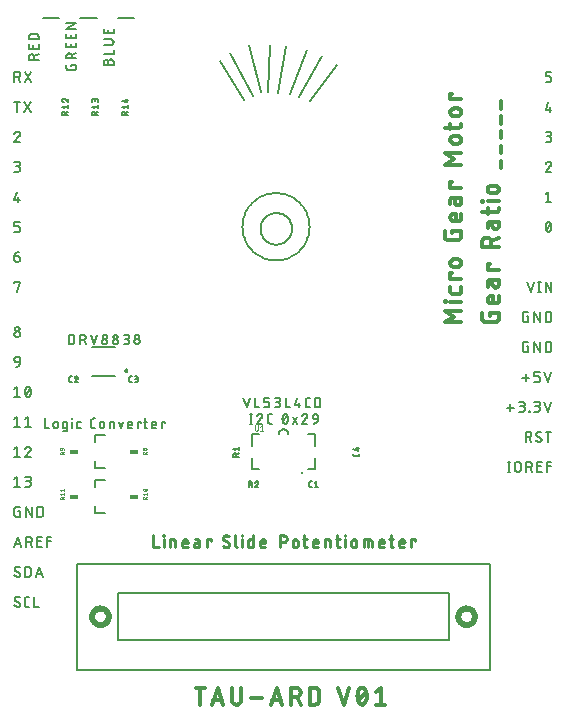
<source format=gto>
G04 EAGLE Gerber RS-274X export*
G75*
%MOIN*%
%FSLAX24Y24*%
%LPD*%
%INSilkscreen Top*%
%IPPOS*%
%AMOC8*
5,1,8,0,0,1.08239X$1,22.5*%
G01*
G04 Define Apertures*
%ADD10C,0.008000*%
%ADD11C,0.010000*%
%ADD12C,0.014000*%
%ADD13C,0.006000*%
%ADD14C,0.007874*%
%ADD15C,0.005000*%
%ADD16R,0.030000X0.018000*%
%ADD17C,0.003000*%
%ADD18C,0.019685*%
%ADD19C,0.011135*%
%ADD20C,0.007000*%
%ADD21C,0.002000*%
D10*
X2540Y10110D02*
X2540Y9790D01*
X2682Y9790D01*
X2833Y9861D02*
X2833Y9932D01*
X2835Y9948D01*
X2840Y9963D01*
X2848Y9976D01*
X2860Y9988D01*
X2873Y9996D01*
X2888Y10001D01*
X2904Y10003D01*
X2920Y10001D01*
X2935Y9996D01*
X2948Y9988D01*
X2960Y9976D01*
X2968Y9963D01*
X2973Y9948D01*
X2975Y9932D01*
X2975Y9861D01*
X2973Y9845D01*
X2968Y9830D01*
X2960Y9817D01*
X2948Y9805D01*
X2935Y9797D01*
X2920Y9792D01*
X2904Y9790D01*
X2888Y9792D01*
X2873Y9797D01*
X2860Y9805D01*
X2848Y9817D01*
X2840Y9830D01*
X2835Y9845D01*
X2833Y9861D01*
X3195Y9790D02*
X3284Y9790D01*
X3195Y9790D02*
X3181Y9792D01*
X3169Y9797D01*
X3158Y9806D01*
X3149Y9817D01*
X3144Y9829D01*
X3142Y9843D01*
X3141Y9843D02*
X3141Y9950D01*
X3142Y9950D02*
X3144Y9964D01*
X3149Y9977D01*
X3158Y9987D01*
X3169Y9996D01*
X3181Y10001D01*
X3195Y10003D01*
X3284Y10003D01*
X3284Y9737D01*
X3283Y9737D02*
X3281Y9723D01*
X3276Y9710D01*
X3267Y9700D01*
X3256Y9691D01*
X3244Y9686D01*
X3230Y9684D01*
X3230Y9683D02*
X3159Y9683D01*
X3456Y9790D02*
X3456Y10003D01*
X3447Y10092D02*
X3447Y10110D01*
X3465Y10110D01*
X3465Y10092D01*
X3447Y10092D01*
X3667Y9790D02*
X3738Y9790D01*
X3667Y9790D02*
X3653Y9792D01*
X3641Y9797D01*
X3630Y9806D01*
X3621Y9817D01*
X3616Y9829D01*
X3614Y9843D01*
X3613Y9843D02*
X3613Y9950D01*
X3614Y9950D02*
X3616Y9964D01*
X3621Y9977D01*
X3630Y9987D01*
X3641Y9996D01*
X3653Y10001D01*
X3667Y10003D01*
X3738Y10003D01*
X4156Y9790D02*
X4227Y9790D01*
X4156Y9790D02*
X4140Y9792D01*
X4125Y9797D01*
X4112Y9805D01*
X4100Y9817D01*
X4092Y9830D01*
X4087Y9845D01*
X4085Y9861D01*
X4085Y10039D01*
X4087Y10055D01*
X4092Y10070D01*
X4100Y10083D01*
X4112Y10095D01*
X4125Y10103D01*
X4140Y10108D01*
X4156Y10110D01*
X4227Y10110D01*
X4381Y9932D02*
X4381Y9861D01*
X4381Y9932D02*
X4383Y9948D01*
X4388Y9963D01*
X4396Y9976D01*
X4408Y9988D01*
X4421Y9996D01*
X4436Y10001D01*
X4452Y10003D01*
X4468Y10001D01*
X4483Y9996D01*
X4496Y9988D01*
X4508Y9976D01*
X4516Y9963D01*
X4521Y9948D01*
X4523Y9932D01*
X4523Y9861D01*
X4521Y9845D01*
X4516Y9830D01*
X4508Y9817D01*
X4496Y9805D01*
X4483Y9797D01*
X4468Y9792D01*
X4452Y9790D01*
X4436Y9792D01*
X4421Y9797D01*
X4408Y9805D01*
X4396Y9817D01*
X4388Y9830D01*
X4383Y9845D01*
X4381Y9861D01*
X4705Y9790D02*
X4705Y10003D01*
X4793Y10003D01*
X4807Y10001D01*
X4819Y9996D01*
X4830Y9987D01*
X4839Y9977D01*
X4844Y9964D01*
X4846Y9950D01*
X4847Y9950D02*
X4847Y9790D01*
X5088Y9790D02*
X5017Y10003D01*
X5159Y10003D02*
X5088Y9790D01*
X5370Y9790D02*
X5459Y9790D01*
X5370Y9790D02*
X5356Y9792D01*
X5344Y9797D01*
X5333Y9806D01*
X5324Y9817D01*
X5319Y9829D01*
X5317Y9843D01*
X5317Y9932D01*
X5319Y9948D01*
X5324Y9963D01*
X5332Y9976D01*
X5344Y9988D01*
X5357Y9996D01*
X5372Y10001D01*
X5388Y10003D01*
X5404Y10001D01*
X5419Y9996D01*
X5432Y9988D01*
X5444Y9976D01*
X5452Y9963D01*
X5457Y9948D01*
X5459Y9932D01*
X5459Y9897D01*
X5317Y9897D01*
X5644Y10003D02*
X5644Y9790D01*
X5644Y10003D02*
X5751Y10003D01*
X5751Y9968D01*
X5845Y10003D02*
X5952Y10003D01*
X5881Y10110D02*
X5881Y9843D01*
X5883Y9829D01*
X5888Y9817D01*
X5897Y9806D01*
X5908Y9797D01*
X5920Y9792D01*
X5934Y9790D01*
X5952Y9790D01*
X6162Y9790D02*
X6251Y9790D01*
X6162Y9790D02*
X6148Y9792D01*
X6136Y9797D01*
X6125Y9806D01*
X6116Y9817D01*
X6111Y9829D01*
X6109Y9843D01*
X6109Y9932D01*
X6111Y9948D01*
X6116Y9963D01*
X6124Y9976D01*
X6136Y9988D01*
X6149Y9996D01*
X6164Y10001D01*
X6180Y10003D01*
X6196Y10001D01*
X6211Y9996D01*
X6224Y9988D01*
X6236Y9976D01*
X6244Y9963D01*
X6249Y9948D01*
X6251Y9932D01*
X6251Y9897D01*
X6109Y9897D01*
X6436Y10003D02*
X6436Y9790D01*
X6436Y10003D02*
X6543Y10003D01*
X6543Y9968D01*
X9160Y10800D02*
X9267Y10480D01*
X9373Y10800D01*
X9551Y10800D02*
X9551Y10480D01*
X9693Y10480D01*
X9850Y10480D02*
X9956Y10480D01*
X9972Y10482D01*
X9987Y10487D01*
X10000Y10495D01*
X10012Y10507D01*
X10020Y10520D01*
X10025Y10535D01*
X10027Y10551D01*
X10028Y10551D02*
X10028Y10587D01*
X10027Y10587D02*
X10025Y10603D01*
X10020Y10618D01*
X10012Y10631D01*
X10000Y10643D01*
X9987Y10651D01*
X9972Y10656D01*
X9956Y10658D01*
X9850Y10658D01*
X9850Y10800D01*
X10028Y10800D01*
X10210Y10480D02*
X10299Y10480D01*
X10318Y10482D01*
X10335Y10488D01*
X10351Y10497D01*
X10365Y10509D01*
X10376Y10525D01*
X10384Y10541D01*
X10388Y10560D01*
X10388Y10578D01*
X10384Y10597D01*
X10376Y10614D01*
X10365Y10629D01*
X10351Y10641D01*
X10335Y10650D01*
X10318Y10656D01*
X10299Y10658D01*
X10316Y10800D02*
X10210Y10800D01*
X10316Y10800D02*
X10332Y10798D01*
X10347Y10793D01*
X10360Y10785D01*
X10372Y10773D01*
X10380Y10760D01*
X10385Y10745D01*
X10387Y10729D01*
X10385Y10713D01*
X10380Y10698D01*
X10372Y10685D01*
X10360Y10673D01*
X10347Y10665D01*
X10332Y10660D01*
X10316Y10658D01*
X10245Y10658D01*
X10583Y10800D02*
X10583Y10480D01*
X10725Y10480D01*
X10882Y10551D02*
X10953Y10800D01*
X10882Y10551D02*
X11060Y10551D01*
X11006Y10622D02*
X11006Y10480D01*
X11311Y10480D02*
X11382Y10480D01*
X11311Y10480D02*
X11295Y10482D01*
X11280Y10487D01*
X11267Y10495D01*
X11255Y10507D01*
X11247Y10520D01*
X11242Y10535D01*
X11240Y10551D01*
X11240Y10729D01*
X11242Y10745D01*
X11247Y10760D01*
X11255Y10773D01*
X11267Y10785D01*
X11280Y10793D01*
X11295Y10798D01*
X11311Y10800D01*
X11382Y10800D01*
X11554Y10800D02*
X11554Y10480D01*
X11554Y10800D02*
X11643Y10800D01*
X11660Y10798D01*
X11677Y10793D01*
X11692Y10785D01*
X11706Y10774D01*
X11717Y10760D01*
X11725Y10745D01*
X11730Y10728D01*
X11732Y10711D01*
X11732Y10569D01*
X11730Y10552D01*
X11725Y10535D01*
X11717Y10520D01*
X11706Y10506D01*
X11692Y10495D01*
X11677Y10487D01*
X11660Y10482D01*
X11643Y10480D01*
X11554Y10480D01*
X9416Y10260D02*
X9416Y9940D01*
X9451Y9940D02*
X9380Y9940D01*
X9380Y10260D02*
X9451Y10260D01*
X9712Y10260D02*
X9728Y10258D01*
X9743Y10254D01*
X9756Y10247D01*
X9769Y10237D01*
X9779Y10224D01*
X9786Y10211D01*
X9790Y10196D01*
X9792Y10180D01*
X9712Y10260D02*
X9694Y10258D01*
X9676Y10253D01*
X9659Y10245D01*
X9644Y10235D01*
X9631Y10221D01*
X9621Y10206D01*
X9614Y10189D01*
X9766Y10118D02*
X9778Y10131D01*
X9786Y10146D01*
X9791Y10163D01*
X9793Y10180D01*
X9766Y10118D02*
X9615Y9940D01*
X9792Y9940D01*
X10044Y9940D02*
X10115Y9940D01*
X10044Y9940D02*
X10028Y9942D01*
X10013Y9947D01*
X10000Y9955D01*
X9988Y9967D01*
X9980Y9980D01*
X9975Y9995D01*
X9973Y10011D01*
X9973Y10189D01*
X9975Y10205D01*
X9980Y10220D01*
X9988Y10233D01*
X10000Y10245D01*
X10013Y10253D01*
X10028Y10258D01*
X10044Y10260D01*
X10115Y10260D01*
X10493Y10216D02*
X10481Y10188D01*
X10473Y10159D01*
X10468Y10130D01*
X10466Y10100D01*
X10494Y10215D02*
X10499Y10228D01*
X10507Y10239D01*
X10518Y10248D01*
X10529Y10254D01*
X10542Y10259D01*
X10556Y10260D01*
X10570Y10259D01*
X10583Y10254D01*
X10594Y10248D01*
X10605Y10239D01*
X10613Y10228D01*
X10618Y10215D01*
X10618Y10216D02*
X10630Y10188D01*
X10638Y10159D01*
X10643Y10130D01*
X10645Y10100D01*
X10466Y10100D02*
X10468Y10070D01*
X10473Y10041D01*
X10481Y10012D01*
X10493Y9984D01*
X10494Y9985D02*
X10499Y9972D01*
X10507Y9961D01*
X10518Y9952D01*
X10529Y9946D01*
X10542Y9941D01*
X10556Y9940D01*
X10618Y9984D02*
X10630Y10012D01*
X10638Y10041D01*
X10643Y10070D01*
X10645Y10100D01*
X10618Y9985D02*
X10613Y9972D01*
X10605Y9961D01*
X10594Y9952D01*
X10583Y9946D01*
X10570Y9941D01*
X10556Y9940D01*
X10484Y10011D02*
X10627Y10189D01*
X10808Y9940D02*
X10951Y10153D01*
X10808Y10153D02*
X10951Y9940D01*
X11212Y10260D02*
X11228Y10258D01*
X11243Y10254D01*
X11256Y10247D01*
X11269Y10237D01*
X11279Y10224D01*
X11286Y10211D01*
X11290Y10196D01*
X11292Y10180D01*
X11212Y10260D02*
X11194Y10258D01*
X11176Y10253D01*
X11159Y10245D01*
X11144Y10235D01*
X11131Y10221D01*
X11121Y10206D01*
X11114Y10189D01*
X11266Y10118D02*
X11278Y10131D01*
X11286Y10146D01*
X11291Y10163D01*
X11293Y10180D01*
X11266Y10118D02*
X11115Y9940D01*
X11292Y9940D01*
X11546Y10082D02*
X11652Y10082D01*
X11546Y10082D02*
X11530Y10084D01*
X11515Y10089D01*
X11502Y10097D01*
X11490Y10109D01*
X11482Y10122D01*
X11477Y10137D01*
X11475Y10153D01*
X11475Y10171D01*
X11477Y10190D01*
X11483Y10207D01*
X11492Y10223D01*
X11504Y10237D01*
X11520Y10248D01*
X11536Y10256D01*
X11555Y10260D01*
X11573Y10260D01*
X11592Y10256D01*
X11609Y10248D01*
X11624Y10237D01*
X11636Y10223D01*
X11645Y10207D01*
X11651Y10190D01*
X11653Y10171D01*
X11652Y10171D02*
X11652Y10082D01*
X11650Y10060D01*
X11645Y10038D01*
X11637Y10018D01*
X11625Y9999D01*
X11610Y9982D01*
X11593Y9967D01*
X11574Y9955D01*
X11554Y9947D01*
X11532Y9942D01*
X11510Y9940D01*
D11*
X6160Y6210D02*
X6160Y5810D01*
X6338Y5810D01*
X6510Y5810D02*
X6510Y6077D01*
X6498Y6188D02*
X6498Y6210D01*
X6521Y6210D01*
X6521Y6188D01*
X6498Y6188D01*
X6721Y6077D02*
X6721Y5810D01*
X6721Y6077D02*
X6832Y6077D01*
X6847Y6075D01*
X6861Y6070D01*
X6874Y6062D01*
X6884Y6052D01*
X6892Y6039D01*
X6897Y6025D01*
X6899Y6010D01*
X6898Y6010D02*
X6898Y5810D01*
X7192Y5810D02*
X7303Y5810D01*
X7192Y5810D02*
X7177Y5812D01*
X7163Y5817D01*
X7150Y5825D01*
X7140Y5835D01*
X7132Y5848D01*
X7127Y5862D01*
X7125Y5877D01*
X7126Y5877D02*
X7126Y5988D01*
X7128Y6007D01*
X7134Y6024D01*
X7143Y6040D01*
X7155Y6054D01*
X7171Y6065D01*
X7187Y6073D01*
X7206Y6077D01*
X7224Y6077D01*
X7243Y6073D01*
X7260Y6065D01*
X7275Y6054D01*
X7287Y6040D01*
X7296Y6024D01*
X7302Y6007D01*
X7304Y5988D01*
X7303Y5988D02*
X7303Y5943D01*
X7126Y5943D01*
X7589Y5966D02*
X7689Y5966D01*
X7589Y5966D02*
X7573Y5964D01*
X7557Y5959D01*
X7543Y5951D01*
X7531Y5940D01*
X7521Y5927D01*
X7515Y5912D01*
X7511Y5896D01*
X7511Y5880D01*
X7515Y5864D01*
X7521Y5849D01*
X7531Y5836D01*
X7543Y5825D01*
X7557Y5817D01*
X7573Y5812D01*
X7589Y5810D01*
X7689Y5810D01*
X7689Y6010D01*
X7690Y6010D02*
X7688Y6025D01*
X7683Y6039D01*
X7675Y6052D01*
X7665Y6062D01*
X7652Y6070D01*
X7638Y6075D01*
X7623Y6077D01*
X7534Y6077D01*
X7940Y6077D02*
X7940Y5810D01*
X7940Y6077D02*
X8074Y6077D01*
X8074Y6032D01*
X8602Y5810D02*
X8619Y5812D01*
X8636Y5817D01*
X8651Y5825D01*
X8665Y5836D01*
X8676Y5850D01*
X8684Y5865D01*
X8689Y5882D01*
X8691Y5899D01*
X8602Y5810D02*
X8577Y5812D01*
X8553Y5816D01*
X8530Y5824D01*
X8508Y5835D01*
X8487Y5849D01*
X8469Y5866D01*
X8479Y6121D02*
X8481Y6138D01*
X8486Y6155D01*
X8494Y6170D01*
X8505Y6184D01*
X8519Y6195D01*
X8534Y6203D01*
X8551Y6208D01*
X8568Y6210D01*
X8589Y6209D01*
X8611Y6204D01*
X8631Y6198D01*
X8650Y6188D01*
X8668Y6177D01*
X8480Y6121D02*
X8482Y6102D01*
X8488Y6085D01*
X8497Y6068D01*
X8509Y6055D01*
X8524Y6043D01*
X8646Y5977D02*
X8661Y5965D01*
X8673Y5952D01*
X8682Y5935D01*
X8688Y5918D01*
X8690Y5899D01*
X8646Y5977D02*
X8524Y6043D01*
X8895Y6210D02*
X8895Y5877D01*
X8894Y5877D02*
X8896Y5862D01*
X8901Y5848D01*
X8909Y5835D01*
X8919Y5825D01*
X8932Y5817D01*
X8946Y5812D01*
X8961Y5810D01*
X9120Y5810D02*
X9120Y6077D01*
X9108Y6188D02*
X9108Y6210D01*
X9131Y6210D01*
X9131Y6188D01*
X9108Y6188D01*
X9489Y6210D02*
X9489Y5810D01*
X9378Y5810D01*
X9363Y5812D01*
X9349Y5817D01*
X9336Y5825D01*
X9326Y5835D01*
X9318Y5848D01*
X9313Y5862D01*
X9311Y5877D01*
X9312Y5877D02*
X9312Y6010D01*
X9311Y6010D02*
X9313Y6025D01*
X9318Y6039D01*
X9326Y6052D01*
X9336Y6062D01*
X9349Y6070D01*
X9363Y6075D01*
X9378Y6077D01*
X9489Y6077D01*
X9787Y5810D02*
X9898Y5810D01*
X9787Y5810D02*
X9772Y5812D01*
X9758Y5817D01*
X9745Y5825D01*
X9735Y5835D01*
X9727Y5848D01*
X9722Y5862D01*
X9720Y5877D01*
X9721Y5877D02*
X9721Y5988D01*
X9723Y6007D01*
X9729Y6024D01*
X9738Y6040D01*
X9750Y6054D01*
X9766Y6065D01*
X9782Y6073D01*
X9801Y6077D01*
X9819Y6077D01*
X9838Y6073D01*
X9855Y6065D01*
X9870Y6054D01*
X9882Y6040D01*
X9891Y6024D01*
X9897Y6007D01*
X9899Y5988D01*
X9898Y5988D02*
X9898Y5943D01*
X9721Y5943D01*
X10385Y5810D02*
X10385Y6210D01*
X10496Y6210D01*
X10515Y6208D01*
X10534Y6203D01*
X10552Y6195D01*
X10567Y6184D01*
X10581Y6170D01*
X10592Y6155D01*
X10600Y6137D01*
X10605Y6118D01*
X10607Y6099D01*
X10605Y6080D01*
X10600Y6061D01*
X10592Y6044D01*
X10581Y6028D01*
X10567Y6014D01*
X10552Y6003D01*
X10534Y5995D01*
X10515Y5990D01*
X10496Y5988D01*
X10385Y5988D01*
X10801Y5988D02*
X10801Y5899D01*
X10801Y5988D02*
X10803Y6007D01*
X10809Y6024D01*
X10818Y6040D01*
X10830Y6054D01*
X10846Y6065D01*
X10862Y6073D01*
X10881Y6077D01*
X10899Y6077D01*
X10918Y6073D01*
X10935Y6065D01*
X10950Y6054D01*
X10962Y6040D01*
X10971Y6024D01*
X10977Y6007D01*
X10979Y5988D01*
X10978Y5988D02*
X10978Y5899D01*
X10979Y5899D02*
X10977Y5880D01*
X10971Y5863D01*
X10962Y5847D01*
X10950Y5833D01*
X10935Y5822D01*
X10918Y5814D01*
X10899Y5810D01*
X10881Y5810D01*
X10862Y5814D01*
X10846Y5822D01*
X10830Y5833D01*
X10818Y5847D01*
X10809Y5863D01*
X10803Y5880D01*
X10801Y5899D01*
X11147Y6077D02*
X11280Y6077D01*
X11191Y6210D02*
X11191Y5877D01*
X11193Y5862D01*
X11198Y5848D01*
X11206Y5835D01*
X11216Y5825D01*
X11229Y5817D01*
X11243Y5812D01*
X11258Y5810D01*
X11280Y5810D01*
X11542Y5810D02*
X11653Y5810D01*
X11542Y5810D02*
X11527Y5812D01*
X11513Y5817D01*
X11500Y5825D01*
X11490Y5835D01*
X11482Y5848D01*
X11477Y5862D01*
X11475Y5877D01*
X11476Y5877D02*
X11476Y5988D01*
X11478Y6007D01*
X11484Y6024D01*
X11493Y6040D01*
X11505Y6054D01*
X11521Y6065D01*
X11537Y6073D01*
X11556Y6077D01*
X11574Y6077D01*
X11593Y6073D01*
X11610Y6065D01*
X11625Y6054D01*
X11637Y6040D01*
X11646Y6024D01*
X11652Y6007D01*
X11654Y5988D01*
X11653Y5988D02*
X11653Y5943D01*
X11476Y5943D01*
X11881Y5810D02*
X11881Y6077D01*
X11992Y6077D01*
X12007Y6075D01*
X12021Y6070D01*
X12034Y6062D01*
X12044Y6052D01*
X12052Y6039D01*
X12057Y6025D01*
X12059Y6010D01*
X12058Y6010D02*
X12058Y5810D01*
X12242Y6077D02*
X12375Y6077D01*
X12286Y6210D02*
X12286Y5877D01*
X12288Y5862D01*
X12293Y5848D01*
X12301Y5835D01*
X12311Y5825D01*
X12324Y5817D01*
X12338Y5812D01*
X12353Y5810D01*
X12375Y5810D01*
X12555Y5810D02*
X12555Y6077D01*
X12543Y6188D02*
X12543Y6210D01*
X12566Y6210D01*
X12566Y6188D01*
X12543Y6188D01*
X12751Y5988D02*
X12751Y5899D01*
X12751Y5988D02*
X12753Y6007D01*
X12759Y6024D01*
X12768Y6040D01*
X12780Y6054D01*
X12796Y6065D01*
X12812Y6073D01*
X12831Y6077D01*
X12849Y6077D01*
X12868Y6073D01*
X12885Y6065D01*
X12900Y6054D01*
X12912Y6040D01*
X12921Y6024D01*
X12927Y6007D01*
X12929Y5988D01*
X12928Y5988D02*
X12928Y5899D01*
X12929Y5899D02*
X12927Y5880D01*
X12921Y5863D01*
X12912Y5847D01*
X12900Y5833D01*
X12885Y5822D01*
X12868Y5814D01*
X12849Y5810D01*
X12831Y5810D01*
X12812Y5814D01*
X12796Y5822D01*
X12780Y5833D01*
X12768Y5847D01*
X12759Y5863D01*
X12753Y5880D01*
X12751Y5899D01*
X13171Y5810D02*
X13171Y6077D01*
X13371Y6077D01*
X13386Y6075D01*
X13400Y6070D01*
X13413Y6062D01*
X13423Y6052D01*
X13431Y6039D01*
X13436Y6025D01*
X13438Y6010D01*
X13438Y5810D01*
X13305Y5810D02*
X13305Y6077D01*
X13747Y5810D02*
X13858Y5810D01*
X13747Y5810D02*
X13732Y5812D01*
X13718Y5817D01*
X13705Y5825D01*
X13695Y5835D01*
X13687Y5848D01*
X13682Y5862D01*
X13680Y5877D01*
X13681Y5877D02*
X13681Y5988D01*
X13683Y6007D01*
X13689Y6024D01*
X13698Y6040D01*
X13710Y6054D01*
X13726Y6065D01*
X13742Y6073D01*
X13761Y6077D01*
X13779Y6077D01*
X13798Y6073D01*
X13815Y6065D01*
X13830Y6054D01*
X13842Y6040D01*
X13851Y6024D01*
X13857Y6007D01*
X13859Y5988D01*
X13858Y5988D02*
X13858Y5943D01*
X13681Y5943D01*
X14027Y6077D02*
X14160Y6077D01*
X14071Y6210D02*
X14071Y5877D01*
X14073Y5862D01*
X14078Y5848D01*
X14086Y5835D01*
X14096Y5825D01*
X14109Y5817D01*
X14123Y5812D01*
X14138Y5810D01*
X14160Y5810D01*
X14422Y5810D02*
X14533Y5810D01*
X14422Y5810D02*
X14407Y5812D01*
X14393Y5817D01*
X14380Y5825D01*
X14370Y5835D01*
X14362Y5848D01*
X14357Y5862D01*
X14355Y5877D01*
X14356Y5877D02*
X14356Y5988D01*
X14358Y6007D01*
X14364Y6024D01*
X14373Y6040D01*
X14385Y6054D01*
X14401Y6065D01*
X14417Y6073D01*
X14436Y6077D01*
X14454Y6077D01*
X14473Y6073D01*
X14490Y6065D01*
X14505Y6054D01*
X14517Y6040D01*
X14526Y6024D01*
X14532Y6007D01*
X14534Y5988D01*
X14533Y5988D02*
X14533Y5943D01*
X14356Y5943D01*
X14765Y5810D02*
X14765Y6077D01*
X14899Y6077D01*
X14899Y6032D01*
D12*
X15870Y13320D02*
X16430Y13320D01*
X16181Y13507D02*
X15870Y13320D01*
X16181Y13507D02*
X15870Y13693D01*
X16430Y13693D01*
X16430Y13999D02*
X16057Y13999D01*
X15901Y13983D02*
X15870Y13983D01*
X15870Y14015D01*
X15901Y14015D01*
X15901Y13983D01*
X16430Y14359D02*
X16430Y14483D01*
X16430Y14359D02*
X16428Y14341D01*
X16423Y14323D01*
X16414Y14307D01*
X16403Y14293D01*
X16389Y14282D01*
X16373Y14273D01*
X16355Y14268D01*
X16337Y14266D01*
X16150Y14266D01*
X16132Y14268D01*
X16114Y14273D01*
X16098Y14282D01*
X16084Y14293D01*
X16073Y14307D01*
X16064Y14323D01*
X16059Y14341D01*
X16057Y14359D01*
X16057Y14483D01*
X16057Y14763D02*
X16430Y14763D01*
X16057Y14763D02*
X16057Y14949D01*
X16119Y14949D01*
X16181Y15167D02*
X16306Y15167D01*
X16181Y15167D02*
X16161Y15169D01*
X16141Y15174D01*
X16122Y15182D01*
X16105Y15193D01*
X16090Y15207D01*
X16077Y15223D01*
X16067Y15241D01*
X16061Y15261D01*
X16057Y15281D01*
X16057Y15301D01*
X16061Y15321D01*
X16067Y15341D01*
X16077Y15359D01*
X16090Y15375D01*
X16105Y15389D01*
X16122Y15400D01*
X16141Y15408D01*
X16161Y15413D01*
X16181Y15415D01*
X16181Y15416D02*
X16306Y15416D01*
X16306Y15415D02*
X16326Y15413D01*
X16346Y15408D01*
X16365Y15400D01*
X16382Y15389D01*
X16397Y15375D01*
X16410Y15359D01*
X16420Y15341D01*
X16426Y15321D01*
X16430Y15301D01*
X16430Y15281D01*
X16426Y15261D01*
X16420Y15241D01*
X16410Y15223D01*
X16397Y15207D01*
X16382Y15193D01*
X16365Y15182D01*
X16346Y15174D01*
X16326Y15169D01*
X16306Y15167D01*
X16119Y16277D02*
X16119Y16370D01*
X16430Y16370D01*
X16430Y16183D01*
X16428Y16164D01*
X16424Y16145D01*
X16416Y16127D01*
X16406Y16110D01*
X16394Y16095D01*
X16379Y16083D01*
X16362Y16073D01*
X16344Y16065D01*
X16325Y16061D01*
X16306Y16059D01*
X15994Y16059D01*
X15972Y16061D01*
X15952Y16066D01*
X15932Y16076D01*
X15914Y16088D01*
X15899Y16103D01*
X15887Y16121D01*
X15877Y16141D01*
X15872Y16161D01*
X15870Y16183D01*
X15870Y16370D01*
X16430Y16778D02*
X16430Y16934D01*
X16430Y16778D02*
X16428Y16760D01*
X16423Y16742D01*
X16414Y16726D01*
X16403Y16712D01*
X16389Y16701D01*
X16373Y16692D01*
X16355Y16687D01*
X16337Y16685D01*
X16181Y16685D01*
X16161Y16687D01*
X16141Y16692D01*
X16122Y16700D01*
X16105Y16711D01*
X16090Y16725D01*
X16077Y16741D01*
X16067Y16759D01*
X16061Y16779D01*
X16057Y16799D01*
X16057Y16819D01*
X16061Y16839D01*
X16067Y16859D01*
X16077Y16877D01*
X16090Y16893D01*
X16105Y16907D01*
X16122Y16918D01*
X16141Y16926D01*
X16161Y16931D01*
X16181Y16933D01*
X16181Y16934D02*
X16243Y16934D01*
X16243Y16685D01*
X16212Y17322D02*
X16212Y17462D01*
X16212Y17322D02*
X16214Y17302D01*
X16219Y17283D01*
X16228Y17265D01*
X16240Y17249D01*
X16255Y17235D01*
X16272Y17224D01*
X16291Y17217D01*
X16311Y17213D01*
X16331Y17213D01*
X16351Y17217D01*
X16370Y17224D01*
X16387Y17235D01*
X16402Y17249D01*
X16414Y17265D01*
X16423Y17283D01*
X16428Y17302D01*
X16430Y17322D01*
X16430Y17462D01*
X16150Y17462D01*
X16132Y17460D01*
X16114Y17455D01*
X16098Y17446D01*
X16084Y17435D01*
X16073Y17421D01*
X16064Y17405D01*
X16059Y17387D01*
X16057Y17369D01*
X16057Y17244D01*
X16057Y17799D02*
X16430Y17799D01*
X16057Y17799D02*
X16057Y17985D01*
X16119Y17985D01*
X15870Y18571D02*
X16430Y18571D01*
X16181Y18758D02*
X15870Y18571D01*
X16181Y18758D02*
X15870Y18945D01*
X16430Y18945D01*
X16306Y19270D02*
X16181Y19270D01*
X16161Y19272D01*
X16141Y19277D01*
X16122Y19285D01*
X16105Y19296D01*
X16090Y19310D01*
X16077Y19326D01*
X16067Y19344D01*
X16061Y19364D01*
X16057Y19384D01*
X16057Y19404D01*
X16061Y19424D01*
X16067Y19444D01*
X16077Y19462D01*
X16090Y19478D01*
X16105Y19492D01*
X16122Y19503D01*
X16141Y19511D01*
X16161Y19516D01*
X16181Y19518D01*
X16306Y19518D01*
X16326Y19516D01*
X16346Y19511D01*
X16365Y19503D01*
X16382Y19492D01*
X16397Y19478D01*
X16410Y19462D01*
X16420Y19444D01*
X16426Y19424D01*
X16430Y19404D01*
X16430Y19384D01*
X16426Y19364D01*
X16420Y19344D01*
X16410Y19326D01*
X16397Y19310D01*
X16382Y19296D01*
X16365Y19285D01*
X16346Y19277D01*
X16326Y19272D01*
X16306Y19270D01*
X16057Y19744D02*
X16057Y19930D01*
X15870Y19806D02*
X16337Y19806D01*
X16355Y19808D01*
X16373Y19813D01*
X16389Y19822D01*
X16403Y19833D01*
X16414Y19847D01*
X16423Y19863D01*
X16428Y19881D01*
X16430Y19899D01*
X16430Y19930D01*
X16306Y20193D02*
X16181Y20193D01*
X16161Y20195D01*
X16141Y20200D01*
X16122Y20208D01*
X16105Y20219D01*
X16090Y20233D01*
X16077Y20249D01*
X16067Y20267D01*
X16061Y20287D01*
X16057Y20307D01*
X16057Y20327D01*
X16061Y20347D01*
X16067Y20367D01*
X16077Y20385D01*
X16090Y20401D01*
X16105Y20415D01*
X16122Y20426D01*
X16141Y20434D01*
X16161Y20439D01*
X16181Y20441D01*
X16181Y20442D02*
X16306Y20442D01*
X16306Y20441D02*
X16326Y20439D01*
X16346Y20434D01*
X16365Y20426D01*
X16382Y20415D01*
X16397Y20401D01*
X16410Y20385D01*
X16420Y20367D01*
X16426Y20347D01*
X16430Y20327D01*
X16430Y20307D01*
X16426Y20287D01*
X16420Y20267D01*
X16410Y20249D01*
X16397Y20233D01*
X16382Y20219D01*
X16365Y20208D01*
X16346Y20200D01*
X16326Y20195D01*
X16306Y20193D01*
X16430Y20753D02*
X16057Y20753D01*
X16057Y20939D01*
X16119Y20939D01*
X17369Y13631D02*
X17369Y13538D01*
X17369Y13631D02*
X17680Y13631D01*
X17680Y13444D01*
X17678Y13425D01*
X17674Y13406D01*
X17666Y13388D01*
X17656Y13371D01*
X17644Y13356D01*
X17629Y13344D01*
X17612Y13334D01*
X17594Y13326D01*
X17575Y13322D01*
X17556Y13320D01*
X17244Y13320D01*
X17222Y13322D01*
X17202Y13327D01*
X17182Y13337D01*
X17164Y13349D01*
X17149Y13364D01*
X17137Y13382D01*
X17127Y13402D01*
X17122Y13422D01*
X17120Y13444D01*
X17120Y13631D01*
X17680Y14039D02*
X17680Y14195D01*
X17680Y14039D02*
X17678Y14021D01*
X17673Y14003D01*
X17664Y13987D01*
X17653Y13973D01*
X17639Y13962D01*
X17623Y13953D01*
X17605Y13948D01*
X17587Y13946D01*
X17431Y13946D01*
X17411Y13948D01*
X17391Y13953D01*
X17372Y13961D01*
X17355Y13972D01*
X17340Y13986D01*
X17327Y14002D01*
X17317Y14020D01*
X17311Y14040D01*
X17307Y14060D01*
X17307Y14080D01*
X17311Y14100D01*
X17317Y14120D01*
X17327Y14138D01*
X17340Y14154D01*
X17355Y14168D01*
X17372Y14179D01*
X17391Y14187D01*
X17411Y14192D01*
X17431Y14194D01*
X17431Y14195D02*
X17493Y14195D01*
X17493Y13946D01*
X17462Y14583D02*
X17462Y14723D01*
X17462Y14583D02*
X17464Y14563D01*
X17469Y14544D01*
X17478Y14526D01*
X17490Y14510D01*
X17505Y14496D01*
X17522Y14485D01*
X17541Y14478D01*
X17561Y14474D01*
X17581Y14474D01*
X17601Y14478D01*
X17620Y14485D01*
X17637Y14496D01*
X17652Y14510D01*
X17664Y14526D01*
X17673Y14544D01*
X17678Y14563D01*
X17680Y14583D01*
X17680Y14723D01*
X17400Y14723D01*
X17382Y14721D01*
X17364Y14716D01*
X17348Y14707D01*
X17334Y14696D01*
X17323Y14682D01*
X17314Y14666D01*
X17309Y14648D01*
X17307Y14630D01*
X17307Y14505D01*
X17307Y15060D02*
X17680Y15060D01*
X17307Y15060D02*
X17307Y15246D01*
X17369Y15246D01*
X17120Y15829D02*
X17680Y15829D01*
X17120Y15829D02*
X17120Y15985D01*
X17122Y16008D01*
X17127Y16031D01*
X17135Y16053D01*
X17147Y16073D01*
X17162Y16091D01*
X17179Y16107D01*
X17198Y16120D01*
X17219Y16130D01*
X17241Y16137D01*
X17264Y16141D01*
X17288Y16141D01*
X17311Y16137D01*
X17333Y16130D01*
X17354Y16120D01*
X17373Y16107D01*
X17390Y16091D01*
X17405Y16073D01*
X17417Y16053D01*
X17425Y16031D01*
X17430Y16008D01*
X17432Y15985D01*
X17431Y15985D02*
X17431Y15829D01*
X17431Y16016D02*
X17680Y16140D01*
X17462Y16532D02*
X17462Y16672D01*
X17462Y16532D02*
X17464Y16512D01*
X17469Y16493D01*
X17478Y16475D01*
X17490Y16459D01*
X17505Y16445D01*
X17522Y16434D01*
X17541Y16427D01*
X17561Y16423D01*
X17581Y16423D01*
X17601Y16427D01*
X17620Y16434D01*
X17637Y16445D01*
X17652Y16459D01*
X17664Y16475D01*
X17673Y16493D01*
X17678Y16512D01*
X17680Y16532D01*
X17680Y16672D01*
X17400Y16672D01*
X17400Y16671D02*
X17382Y16669D01*
X17364Y16664D01*
X17348Y16655D01*
X17334Y16644D01*
X17323Y16630D01*
X17314Y16614D01*
X17309Y16596D01*
X17307Y16578D01*
X17307Y16454D01*
X17307Y16923D02*
X17307Y17109D01*
X17120Y16985D02*
X17587Y16985D01*
X17605Y16987D01*
X17623Y16992D01*
X17639Y17001D01*
X17653Y17012D01*
X17664Y17026D01*
X17673Y17042D01*
X17678Y17060D01*
X17680Y17078D01*
X17680Y17109D01*
X17680Y17353D02*
X17307Y17353D01*
X17151Y17337D02*
X17120Y17337D01*
X17120Y17368D01*
X17151Y17368D01*
X17151Y17337D01*
X17431Y17618D02*
X17556Y17618D01*
X17431Y17618D02*
X17411Y17620D01*
X17391Y17625D01*
X17372Y17633D01*
X17355Y17644D01*
X17340Y17658D01*
X17327Y17674D01*
X17317Y17692D01*
X17311Y17712D01*
X17307Y17732D01*
X17307Y17752D01*
X17311Y17772D01*
X17317Y17792D01*
X17327Y17810D01*
X17340Y17826D01*
X17355Y17840D01*
X17372Y17851D01*
X17391Y17859D01*
X17411Y17864D01*
X17431Y17866D01*
X17431Y17867D02*
X17556Y17867D01*
X17556Y17866D02*
X17576Y17864D01*
X17596Y17859D01*
X17615Y17851D01*
X17632Y17840D01*
X17647Y17826D01*
X17660Y17810D01*
X17670Y17792D01*
X17676Y17772D01*
X17680Y17752D01*
X17680Y17732D01*
X17676Y17712D01*
X17670Y17692D01*
X17660Y17674D01*
X17647Y17658D01*
X17632Y17644D01*
X17615Y17633D01*
X17596Y17625D01*
X17576Y17620D01*
X17556Y17618D01*
X17742Y18459D02*
X17742Y18708D01*
X17742Y18951D02*
X17742Y19200D01*
X17742Y19444D02*
X17742Y19692D01*
X17742Y19936D02*
X17742Y20185D01*
X17742Y20428D02*
X17742Y20677D01*
X7726Y1130D02*
X7726Y570D01*
X7570Y1130D02*
X7881Y1130D01*
X8300Y1130D02*
X8113Y570D01*
X8487Y570D02*
X8300Y1130D01*
X8440Y710D02*
X8160Y710D01*
X8780Y726D02*
X8780Y1130D01*
X8780Y726D02*
X8782Y703D01*
X8787Y680D01*
X8795Y658D01*
X8807Y638D01*
X8822Y620D01*
X8839Y604D01*
X8858Y591D01*
X8879Y581D01*
X8901Y574D01*
X8924Y570D01*
X8948Y570D01*
X8971Y574D01*
X8993Y581D01*
X9014Y591D01*
X9033Y604D01*
X9050Y620D01*
X9065Y638D01*
X9077Y658D01*
X9085Y680D01*
X9090Y703D01*
X9092Y726D01*
X9091Y726D02*
X9091Y1130D01*
X9426Y788D02*
X9799Y788D01*
X10083Y570D02*
X10269Y1130D01*
X10456Y570D01*
X10409Y710D02*
X10129Y710D01*
X10756Y570D02*
X10756Y1130D01*
X10912Y1130D01*
X10935Y1128D01*
X10958Y1123D01*
X10980Y1115D01*
X11000Y1103D01*
X11018Y1088D01*
X11034Y1071D01*
X11047Y1052D01*
X11057Y1031D01*
X11064Y1009D01*
X11068Y986D01*
X11068Y962D01*
X11064Y939D01*
X11057Y917D01*
X11047Y896D01*
X11034Y877D01*
X11018Y860D01*
X11000Y845D01*
X10980Y833D01*
X10958Y825D01*
X10935Y820D01*
X10912Y818D01*
X10912Y819D02*
X10756Y819D01*
X10943Y819D02*
X11067Y570D01*
X11385Y570D02*
X11385Y1130D01*
X11541Y1130D01*
X11563Y1128D01*
X11585Y1124D01*
X11606Y1116D01*
X11625Y1105D01*
X11643Y1092D01*
X11659Y1076D01*
X11672Y1058D01*
X11683Y1039D01*
X11691Y1018D01*
X11695Y996D01*
X11697Y974D01*
X11697Y726D01*
X11695Y704D01*
X11691Y682D01*
X11683Y661D01*
X11672Y642D01*
X11659Y624D01*
X11643Y608D01*
X11625Y595D01*
X11606Y584D01*
X11585Y576D01*
X11563Y572D01*
X11541Y570D01*
X11385Y570D01*
X12319Y1130D02*
X12505Y570D01*
X12692Y1130D01*
X13013Y1052D02*
X12996Y1014D01*
X12983Y974D01*
X12974Y933D01*
X12968Y892D01*
X12966Y850D01*
X13012Y1052D02*
X13020Y1071D01*
X13032Y1088D01*
X13046Y1102D01*
X13063Y1114D01*
X13081Y1123D01*
X13101Y1128D01*
X13121Y1130D01*
X13141Y1128D01*
X13161Y1123D01*
X13179Y1114D01*
X13196Y1102D01*
X13210Y1088D01*
X13222Y1071D01*
X13230Y1052D01*
X13229Y1052D02*
X13246Y1014D01*
X13259Y974D01*
X13268Y933D01*
X13274Y892D01*
X13276Y850D01*
X12966Y850D02*
X12968Y808D01*
X12974Y767D01*
X12983Y726D01*
X12996Y686D01*
X13013Y648D01*
X13012Y648D02*
X13020Y629D01*
X13032Y612D01*
X13046Y598D01*
X13063Y586D01*
X13081Y577D01*
X13101Y572D01*
X13121Y570D01*
X13229Y648D02*
X13246Y686D01*
X13259Y726D01*
X13268Y767D01*
X13274Y808D01*
X13276Y850D01*
X13230Y648D02*
X13222Y629D01*
X13210Y612D01*
X13196Y598D01*
X13179Y586D01*
X13161Y577D01*
X13141Y572D01*
X13121Y570D01*
X12996Y694D02*
X13245Y1006D01*
X13580Y1006D02*
X13736Y1130D01*
X13736Y570D01*
X13580Y570D02*
X13892Y570D01*
D13*
X9132Y16500D02*
X9134Y16566D01*
X9140Y16632D01*
X9150Y16698D01*
X9163Y16763D01*
X9181Y16827D01*
X9202Y16889D01*
X9227Y16951D01*
X9255Y17011D01*
X9287Y17069D01*
X9323Y17125D01*
X9361Y17178D01*
X9403Y17230D01*
X9448Y17279D01*
X9495Y17325D01*
X9546Y17368D01*
X9598Y17408D01*
X9653Y17445D01*
X9710Y17479D01*
X9769Y17509D01*
X9830Y17536D01*
X9892Y17559D01*
X9955Y17578D01*
X10020Y17594D01*
X10085Y17606D01*
X10151Y17614D01*
X10217Y17618D01*
X10283Y17618D01*
X10349Y17614D01*
X10415Y17606D01*
X10480Y17594D01*
X10545Y17578D01*
X10608Y17559D01*
X10670Y17536D01*
X10731Y17509D01*
X10790Y17479D01*
X10847Y17445D01*
X10902Y17408D01*
X10954Y17368D01*
X11005Y17325D01*
X11052Y17279D01*
X11097Y17230D01*
X11139Y17178D01*
X11177Y17125D01*
X11213Y17069D01*
X11245Y17011D01*
X11273Y16951D01*
X11298Y16889D01*
X11319Y16827D01*
X11337Y16763D01*
X11350Y16698D01*
X11360Y16632D01*
X11366Y16566D01*
X11368Y16500D01*
X11366Y16434D01*
X11360Y16368D01*
X11350Y16302D01*
X11337Y16237D01*
X11319Y16173D01*
X11298Y16111D01*
X11273Y16049D01*
X11245Y15989D01*
X11213Y15931D01*
X11177Y15875D01*
X11139Y15822D01*
X11097Y15770D01*
X11052Y15721D01*
X11005Y15675D01*
X10954Y15632D01*
X10902Y15592D01*
X10847Y15555D01*
X10790Y15521D01*
X10731Y15491D01*
X10670Y15464D01*
X10608Y15441D01*
X10545Y15422D01*
X10480Y15406D01*
X10415Y15394D01*
X10349Y15386D01*
X10283Y15382D01*
X10217Y15382D01*
X10151Y15386D01*
X10085Y15394D01*
X10020Y15406D01*
X9955Y15422D01*
X9892Y15441D01*
X9830Y15464D01*
X9769Y15491D01*
X9710Y15521D01*
X9653Y15555D01*
X9598Y15592D01*
X9546Y15632D01*
X9495Y15675D01*
X9448Y15721D01*
X9403Y15770D01*
X9361Y15822D01*
X9323Y15875D01*
X9287Y15931D01*
X9255Y15989D01*
X9227Y16049D01*
X9202Y16111D01*
X9181Y16173D01*
X9163Y16237D01*
X9150Y16302D01*
X9140Y16368D01*
X9134Y16434D01*
X9132Y16500D01*
X9750Y20980D02*
X9350Y22550D01*
X10050Y22550D02*
X9990Y21000D01*
X10300Y20960D02*
X10580Y22510D01*
X11290Y22380D02*
X10730Y20930D01*
X11030Y20820D02*
X11790Y22190D01*
X12270Y21890D02*
X11390Y20700D01*
X9490Y20860D02*
X8710Y22300D01*
X8380Y22010D02*
X9190Y20740D01*
X9735Y16430D02*
X9737Y16475D01*
X9743Y16520D01*
X9752Y16564D01*
X9766Y16607D01*
X9783Y16649D01*
X9803Y16689D01*
X9827Y16728D01*
X9855Y16764D01*
X9885Y16797D01*
X9918Y16828D01*
X9953Y16856D01*
X9991Y16881D01*
X10031Y16902D01*
X10072Y16920D01*
X10115Y16935D01*
X10159Y16945D01*
X10204Y16952D01*
X10249Y16955D01*
X10294Y16954D01*
X10339Y16949D01*
X10383Y16940D01*
X10427Y16928D01*
X10469Y16912D01*
X10509Y16892D01*
X10548Y16869D01*
X10585Y16842D01*
X10619Y16813D01*
X10651Y16781D01*
X10679Y16746D01*
X10705Y16709D01*
X10727Y16669D01*
X10746Y16628D01*
X10761Y16586D01*
X10773Y16542D01*
X10781Y16498D01*
X10785Y16453D01*
X10785Y16407D01*
X10781Y16362D01*
X10773Y16318D01*
X10761Y16274D01*
X10746Y16232D01*
X10727Y16191D01*
X10705Y16151D01*
X10679Y16114D01*
X10651Y16079D01*
X10619Y16047D01*
X10585Y16018D01*
X10548Y15991D01*
X10509Y15968D01*
X10469Y15948D01*
X10427Y15932D01*
X10383Y15920D01*
X10339Y15911D01*
X10294Y15906D01*
X10249Y15905D01*
X10204Y15908D01*
X10159Y15915D01*
X10115Y15925D01*
X10072Y15940D01*
X10031Y15958D01*
X9991Y15979D01*
X9953Y16004D01*
X9918Y16032D01*
X9885Y16063D01*
X9855Y16096D01*
X9827Y16132D01*
X9803Y16171D01*
X9783Y16211D01*
X9766Y16253D01*
X9752Y16296D01*
X9743Y16340D01*
X9737Y16385D01*
X9735Y16430D01*
X18600Y12519D02*
X18657Y12519D01*
X18657Y12330D01*
X18544Y12330D01*
X18529Y12331D01*
X18515Y12336D01*
X18502Y12343D01*
X18490Y12352D01*
X18481Y12364D01*
X18474Y12377D01*
X18469Y12391D01*
X18468Y12406D01*
X18468Y12594D01*
X18470Y12611D01*
X18476Y12627D01*
X18485Y12641D01*
X18497Y12653D01*
X18511Y12662D01*
X18527Y12668D01*
X18544Y12670D01*
X18657Y12670D01*
X18852Y12670D02*
X18852Y12330D01*
X19041Y12330D02*
X18852Y12670D01*
X19041Y12670D02*
X19041Y12330D01*
X19236Y12330D02*
X19236Y12670D01*
X19331Y12670D01*
X19349Y12668D01*
X19367Y12663D01*
X19383Y12654D01*
X19397Y12642D01*
X19409Y12628D01*
X19418Y12612D01*
X19423Y12594D01*
X19425Y12576D01*
X19425Y12424D01*
X19423Y12406D01*
X19418Y12388D01*
X19409Y12372D01*
X19397Y12358D01*
X19383Y12346D01*
X19367Y12337D01*
X19349Y12332D01*
X19331Y12330D01*
X19236Y12330D01*
X18657Y13519D02*
X18600Y13519D01*
X18657Y13519D02*
X18657Y13330D01*
X18544Y13330D01*
X18529Y13331D01*
X18515Y13336D01*
X18502Y13343D01*
X18490Y13352D01*
X18481Y13364D01*
X18474Y13377D01*
X18469Y13391D01*
X18468Y13406D01*
X18468Y13594D01*
X18470Y13611D01*
X18476Y13627D01*
X18485Y13641D01*
X18497Y13653D01*
X18511Y13662D01*
X18527Y13668D01*
X18544Y13670D01*
X18657Y13670D01*
X18852Y13670D02*
X18852Y13330D01*
X19041Y13330D02*
X18852Y13670D01*
X19041Y13670D02*
X19041Y13330D01*
X19236Y13330D02*
X19236Y13670D01*
X19331Y13670D01*
X19349Y13668D01*
X19367Y13663D01*
X19383Y13654D01*
X19397Y13642D01*
X19409Y13628D01*
X19418Y13612D01*
X19423Y13594D01*
X19425Y13576D01*
X19425Y13424D01*
X19423Y13406D01*
X19418Y13388D01*
X19409Y13372D01*
X19397Y13358D01*
X19383Y13346D01*
X19367Y13337D01*
X19349Y13332D01*
X19331Y13330D01*
X19236Y13330D01*
X18681Y11462D02*
X18454Y11462D01*
X18568Y11349D02*
X18568Y11576D01*
X18857Y11330D02*
X18971Y11330D01*
X18986Y11331D01*
X19000Y11336D01*
X19013Y11343D01*
X19025Y11352D01*
X19034Y11364D01*
X19041Y11377D01*
X19046Y11391D01*
X19047Y11406D01*
X19046Y11406D02*
X19046Y11443D01*
X19047Y11443D02*
X19046Y11458D01*
X19041Y11472D01*
X19034Y11485D01*
X19025Y11497D01*
X19013Y11506D01*
X19000Y11513D01*
X18986Y11518D01*
X18971Y11519D01*
X18857Y11519D01*
X18857Y11670D01*
X19046Y11670D01*
X19198Y11670D02*
X19312Y11330D01*
X19425Y11670D01*
X18567Y9670D02*
X18567Y9330D01*
X18567Y9670D02*
X18662Y9670D01*
X18680Y9668D01*
X18698Y9663D01*
X18714Y9654D01*
X18728Y9642D01*
X18740Y9628D01*
X18749Y9612D01*
X18754Y9594D01*
X18756Y9576D01*
X18754Y9558D01*
X18749Y9540D01*
X18740Y9524D01*
X18728Y9510D01*
X18714Y9498D01*
X18698Y9489D01*
X18680Y9484D01*
X18662Y9482D01*
X18662Y9481D02*
X18567Y9481D01*
X18681Y9481D02*
X18756Y9330D01*
X19025Y9330D02*
X19042Y9332D01*
X19058Y9338D01*
X19072Y9347D01*
X19084Y9359D01*
X19093Y9373D01*
X19099Y9389D01*
X19101Y9406D01*
X19025Y9330D02*
X19004Y9331D01*
X18983Y9336D01*
X18963Y9342D01*
X18945Y9352D01*
X18927Y9363D01*
X18911Y9377D01*
X18921Y9594D02*
X18922Y9609D01*
X18927Y9623D01*
X18934Y9636D01*
X18943Y9648D01*
X18955Y9657D01*
X18968Y9664D01*
X18982Y9669D01*
X18997Y9670D01*
X19020Y9668D01*
X19042Y9663D01*
X19063Y9654D01*
X19082Y9642D01*
X18959Y9528D02*
X18946Y9537D01*
X18935Y9549D01*
X18928Y9563D01*
X18923Y9578D01*
X18921Y9594D01*
X19063Y9472D02*
X19076Y9463D01*
X19087Y9451D01*
X19094Y9437D01*
X19099Y9422D01*
X19101Y9406D01*
X19063Y9472D02*
X18959Y9528D01*
X19331Y9670D02*
X19331Y9330D01*
X19425Y9670D02*
X19236Y9670D01*
X18743Y14330D02*
X18629Y14670D01*
X18856Y14670D02*
X18743Y14330D01*
X19031Y14330D02*
X19031Y14670D01*
X18993Y14330D02*
X19068Y14330D01*
X19068Y14670D02*
X18993Y14670D01*
X19236Y14670D02*
X19236Y14330D01*
X19425Y14330D02*
X19236Y14670D01*
X19425Y14670D02*
X19425Y14330D01*
X18177Y10462D02*
X17950Y10462D01*
X18064Y10349D02*
X18064Y10576D01*
X18353Y10330D02*
X18448Y10330D01*
X18466Y10332D01*
X18484Y10337D01*
X18500Y10346D01*
X18514Y10358D01*
X18526Y10372D01*
X18535Y10388D01*
X18540Y10406D01*
X18542Y10424D01*
X18540Y10442D01*
X18535Y10460D01*
X18526Y10476D01*
X18514Y10490D01*
X18500Y10502D01*
X18484Y10511D01*
X18466Y10516D01*
X18448Y10518D01*
X18467Y10670D02*
X18353Y10670D01*
X18467Y10670D02*
X18483Y10668D01*
X18498Y10663D01*
X18512Y10655D01*
X18523Y10645D01*
X18533Y10632D01*
X18539Y10617D01*
X18543Y10602D01*
X18543Y10586D01*
X18539Y10571D01*
X18533Y10556D01*
X18523Y10543D01*
X18512Y10533D01*
X18498Y10525D01*
X18483Y10520D01*
X18467Y10518D01*
X18467Y10519D02*
X18391Y10519D01*
X18690Y10349D02*
X18690Y10330D01*
X18690Y10349D02*
X18709Y10349D01*
X18709Y10330D01*
X18690Y10330D01*
X18857Y10330D02*
X18952Y10330D01*
X18970Y10332D01*
X18988Y10337D01*
X19004Y10346D01*
X19018Y10358D01*
X19030Y10372D01*
X19039Y10388D01*
X19044Y10406D01*
X19046Y10424D01*
X19044Y10442D01*
X19039Y10460D01*
X19030Y10476D01*
X19018Y10490D01*
X19004Y10502D01*
X18988Y10511D01*
X18970Y10516D01*
X18952Y10518D01*
X18971Y10670D02*
X18857Y10670D01*
X18971Y10670D02*
X18987Y10668D01*
X19002Y10663D01*
X19016Y10655D01*
X19027Y10645D01*
X19037Y10632D01*
X19043Y10617D01*
X19047Y10602D01*
X19047Y10586D01*
X19043Y10571D01*
X19037Y10556D01*
X19027Y10543D01*
X19016Y10533D01*
X19002Y10525D01*
X18987Y10520D01*
X18971Y10518D01*
X18971Y10519D02*
X18895Y10519D01*
X19198Y10670D02*
X19312Y10330D01*
X19425Y10670D01*
X19236Y16500D02*
X19238Y16532D01*
X19243Y16563D01*
X19252Y16593D01*
X19264Y16623D01*
X19265Y16623D02*
X19271Y16636D01*
X19279Y16647D01*
X19290Y16657D01*
X19303Y16664D01*
X19317Y16669D01*
X19331Y16670D01*
X19345Y16669D01*
X19359Y16664D01*
X19372Y16657D01*
X19383Y16647D01*
X19391Y16636D01*
X19397Y16623D01*
X19409Y16593D01*
X19418Y16563D01*
X19423Y16532D01*
X19425Y16500D01*
X19236Y16500D02*
X19238Y16468D01*
X19243Y16437D01*
X19252Y16407D01*
X19264Y16377D01*
X19265Y16377D02*
X19271Y16364D01*
X19279Y16353D01*
X19290Y16343D01*
X19303Y16336D01*
X19317Y16331D01*
X19331Y16330D01*
X19397Y16377D02*
X19409Y16407D01*
X19418Y16437D01*
X19423Y16468D01*
X19425Y16500D01*
X19397Y16377D02*
X19391Y16364D01*
X19383Y16353D01*
X19372Y16343D01*
X19359Y16336D01*
X19345Y16331D01*
X19331Y16330D01*
X19255Y16406D02*
X19406Y16594D01*
X19236Y17594D02*
X19331Y17670D01*
X19331Y17330D01*
X19425Y17330D02*
X19236Y17330D01*
X19425Y18585D02*
X19423Y18602D01*
X19419Y18618D01*
X19411Y18632D01*
X19400Y18645D01*
X19387Y18656D01*
X19373Y18664D01*
X19357Y18668D01*
X19340Y18670D01*
X19321Y18668D01*
X19302Y18663D01*
X19284Y18655D01*
X19268Y18643D01*
X19255Y18629D01*
X19244Y18613D01*
X19236Y18595D01*
X19397Y18519D02*
X19409Y18533D01*
X19418Y18549D01*
X19423Y18567D01*
X19425Y18585D01*
X19397Y18519D02*
X19236Y18330D01*
X19425Y18330D01*
X19331Y19330D02*
X19236Y19330D01*
X19331Y19330D02*
X19349Y19332D01*
X19367Y19337D01*
X19383Y19346D01*
X19397Y19358D01*
X19409Y19372D01*
X19418Y19388D01*
X19423Y19406D01*
X19425Y19424D01*
X19423Y19442D01*
X19418Y19460D01*
X19409Y19476D01*
X19397Y19490D01*
X19383Y19502D01*
X19367Y19511D01*
X19349Y19516D01*
X19331Y19518D01*
X19349Y19670D02*
X19236Y19670D01*
X19349Y19670D02*
X19365Y19668D01*
X19380Y19663D01*
X19394Y19655D01*
X19405Y19645D01*
X19415Y19632D01*
X19421Y19617D01*
X19425Y19602D01*
X19425Y19586D01*
X19421Y19571D01*
X19415Y19556D01*
X19405Y19543D01*
X19394Y19533D01*
X19380Y19525D01*
X19365Y19520D01*
X19349Y19518D01*
X19349Y19519D02*
X19274Y19519D01*
X19236Y20406D02*
X19312Y20670D01*
X19236Y20406D02*
X19425Y20406D01*
X19368Y20481D02*
X19368Y20330D01*
X19349Y21330D02*
X19236Y21330D01*
X19349Y21330D02*
X19364Y21331D01*
X19378Y21336D01*
X19391Y21343D01*
X19403Y21352D01*
X19412Y21364D01*
X19419Y21377D01*
X19424Y21391D01*
X19425Y21406D01*
X19425Y21443D01*
X19424Y21458D01*
X19419Y21472D01*
X19412Y21485D01*
X19403Y21497D01*
X19391Y21506D01*
X19378Y21513D01*
X19364Y21518D01*
X19349Y21519D01*
X19236Y21519D01*
X19236Y21670D01*
X19425Y21670D01*
X1719Y7019D02*
X1662Y7019D01*
X1719Y7019D02*
X1719Y6830D01*
X1606Y6830D01*
X1591Y6831D01*
X1577Y6836D01*
X1564Y6843D01*
X1552Y6852D01*
X1543Y6864D01*
X1536Y6877D01*
X1531Y6891D01*
X1530Y6906D01*
X1530Y7094D01*
X1532Y7111D01*
X1538Y7127D01*
X1547Y7141D01*
X1559Y7153D01*
X1573Y7162D01*
X1589Y7168D01*
X1606Y7170D01*
X1719Y7170D01*
X1914Y7170D02*
X1914Y6830D01*
X2103Y6830D02*
X1914Y7170D01*
X2103Y7170D02*
X2103Y6830D01*
X2298Y6830D02*
X2298Y7170D01*
X2392Y7170D01*
X2410Y7168D01*
X2428Y7163D01*
X2444Y7154D01*
X2458Y7142D01*
X2470Y7128D01*
X2479Y7112D01*
X2484Y7094D01*
X2486Y7076D01*
X2487Y7076D02*
X2487Y6924D01*
X2486Y6924D02*
X2484Y6906D01*
X2479Y6888D01*
X2470Y6872D01*
X2458Y6858D01*
X2444Y6846D01*
X2428Y6837D01*
X2410Y6832D01*
X2392Y6830D01*
X2298Y6830D01*
X1530Y8094D02*
X1624Y8170D01*
X1624Y7830D01*
X1530Y7830D02*
X1719Y7830D01*
X1890Y7830D02*
X1984Y7830D01*
X2002Y7832D01*
X2020Y7837D01*
X2036Y7846D01*
X2050Y7858D01*
X2062Y7872D01*
X2071Y7888D01*
X2076Y7906D01*
X2078Y7924D01*
X2076Y7942D01*
X2071Y7960D01*
X2062Y7976D01*
X2050Y7990D01*
X2036Y8002D01*
X2020Y8011D01*
X2002Y8016D01*
X1984Y8018D01*
X2003Y8170D02*
X1890Y8170D01*
X2003Y8170D02*
X2019Y8168D01*
X2034Y8163D01*
X2048Y8155D01*
X2059Y8145D01*
X2069Y8132D01*
X2075Y8117D01*
X2079Y8102D01*
X2079Y8086D01*
X2075Y8071D01*
X2069Y8056D01*
X2059Y8043D01*
X2048Y8033D01*
X2034Y8025D01*
X2019Y8020D01*
X2003Y8018D01*
X2003Y8019D02*
X1928Y8019D01*
X1530Y9094D02*
X1624Y9170D01*
X1624Y8830D01*
X1530Y8830D02*
X1719Y8830D01*
X1994Y9170D02*
X2011Y9168D01*
X2027Y9164D01*
X2041Y9156D01*
X2054Y9145D01*
X2065Y9132D01*
X2073Y9118D01*
X2077Y9102D01*
X2079Y9085D01*
X1994Y9170D02*
X1975Y9168D01*
X1956Y9163D01*
X1938Y9155D01*
X1922Y9143D01*
X1909Y9129D01*
X1898Y9113D01*
X1890Y9095D01*
X2051Y9019D02*
X2063Y9033D01*
X2072Y9049D01*
X2077Y9067D01*
X2079Y9085D01*
X2051Y9019D02*
X1890Y8830D01*
X2079Y8830D01*
X1530Y10094D02*
X1624Y10170D01*
X1624Y9830D01*
X1530Y9830D02*
X1719Y9830D01*
X1890Y10094D02*
X1984Y10170D01*
X1984Y9830D01*
X1890Y9830D02*
X2079Y9830D01*
X1643Y6170D02*
X1530Y5830D01*
X1757Y5830D02*
X1643Y6170D01*
X1728Y5915D02*
X1558Y5915D01*
X1924Y5830D02*
X1924Y6170D01*
X2019Y6170D01*
X2037Y6168D01*
X2055Y6163D01*
X2071Y6154D01*
X2085Y6142D01*
X2097Y6128D01*
X2106Y6112D01*
X2111Y6094D01*
X2113Y6076D01*
X2111Y6058D01*
X2106Y6040D01*
X2097Y6024D01*
X2085Y6010D01*
X2071Y5998D01*
X2055Y5989D01*
X2037Y5984D01*
X2019Y5982D01*
X2019Y5981D02*
X1924Y5981D01*
X2038Y5981D02*
X2113Y5830D01*
X2294Y5830D02*
X2445Y5830D01*
X2294Y5830D02*
X2294Y6170D01*
X2445Y6170D01*
X2407Y6019D02*
X2294Y6019D01*
X2606Y6170D02*
X2606Y5830D01*
X2606Y6170D02*
X2757Y6170D01*
X2757Y6019D02*
X2606Y6019D01*
X1530Y11094D02*
X1624Y11170D01*
X1624Y10830D01*
X1530Y10830D02*
X1719Y10830D01*
X1890Y11000D02*
X1892Y11032D01*
X1897Y11063D01*
X1906Y11093D01*
X1918Y11123D01*
X1924Y11136D01*
X1932Y11147D01*
X1943Y11157D01*
X1956Y11164D01*
X1970Y11169D01*
X1984Y11170D01*
X1998Y11169D01*
X2012Y11164D01*
X2025Y11157D01*
X2036Y11147D01*
X2044Y11136D01*
X2050Y11123D01*
X2051Y11123D02*
X2063Y11093D01*
X2072Y11063D01*
X2077Y11032D01*
X2079Y11000D01*
X1890Y11000D02*
X1892Y10968D01*
X1897Y10937D01*
X1906Y10907D01*
X1918Y10877D01*
X1924Y10864D01*
X1932Y10853D01*
X1943Y10843D01*
X1956Y10836D01*
X1970Y10831D01*
X1984Y10830D01*
X2051Y10877D02*
X2063Y10907D01*
X2072Y10937D01*
X2077Y10968D01*
X2079Y11000D01*
X2050Y10877D02*
X2044Y10864D01*
X2036Y10853D01*
X2025Y10843D01*
X2012Y10836D01*
X1998Y10831D01*
X1984Y10830D01*
X1909Y10906D02*
X2060Y11094D01*
X1719Y11981D02*
X1606Y11981D01*
X1591Y11982D01*
X1577Y11987D01*
X1564Y11994D01*
X1552Y12003D01*
X1543Y12015D01*
X1536Y12028D01*
X1531Y12042D01*
X1530Y12057D01*
X1530Y12076D01*
X1532Y12094D01*
X1537Y12112D01*
X1546Y12128D01*
X1558Y12142D01*
X1572Y12154D01*
X1588Y12163D01*
X1606Y12168D01*
X1624Y12170D01*
X1642Y12168D01*
X1660Y12163D01*
X1676Y12154D01*
X1690Y12142D01*
X1702Y12128D01*
X1711Y12112D01*
X1716Y12094D01*
X1718Y12076D01*
X1719Y12076D02*
X1719Y11981D01*
X1717Y11957D01*
X1712Y11934D01*
X1703Y11912D01*
X1690Y11892D01*
X1675Y11874D01*
X1657Y11859D01*
X1637Y11846D01*
X1615Y11837D01*
X1592Y11832D01*
X1568Y11830D01*
X1530Y12924D02*
X1532Y12942D01*
X1537Y12960D01*
X1546Y12976D01*
X1558Y12990D01*
X1572Y13002D01*
X1588Y13011D01*
X1606Y13016D01*
X1624Y13018D01*
X1642Y13016D01*
X1660Y13011D01*
X1676Y13002D01*
X1690Y12990D01*
X1702Y12976D01*
X1711Y12960D01*
X1716Y12942D01*
X1718Y12924D01*
X1716Y12906D01*
X1711Y12888D01*
X1702Y12872D01*
X1690Y12858D01*
X1676Y12846D01*
X1660Y12837D01*
X1642Y12832D01*
X1624Y12830D01*
X1606Y12832D01*
X1588Y12837D01*
X1572Y12846D01*
X1558Y12858D01*
X1546Y12872D01*
X1537Y12888D01*
X1532Y12906D01*
X1530Y12924D01*
X1548Y13094D02*
X1550Y13110D01*
X1555Y13125D01*
X1563Y13139D01*
X1573Y13150D01*
X1586Y13160D01*
X1601Y13166D01*
X1616Y13170D01*
X1632Y13170D01*
X1647Y13166D01*
X1662Y13160D01*
X1675Y13150D01*
X1685Y13139D01*
X1693Y13125D01*
X1698Y13110D01*
X1700Y13094D01*
X1698Y13078D01*
X1693Y13063D01*
X1685Y13049D01*
X1675Y13038D01*
X1662Y13028D01*
X1647Y13022D01*
X1632Y13018D01*
X1616Y13018D01*
X1601Y13022D01*
X1586Y13028D01*
X1573Y13038D01*
X1563Y13049D01*
X1555Y13063D01*
X1550Y13078D01*
X1548Y13094D01*
X1530Y14632D02*
X1530Y14670D01*
X1719Y14670D01*
X1624Y14330D01*
X1643Y15519D02*
X1530Y15519D01*
X1643Y15519D02*
X1658Y15518D01*
X1672Y15513D01*
X1685Y15506D01*
X1697Y15497D01*
X1706Y15485D01*
X1713Y15472D01*
X1718Y15458D01*
X1719Y15443D01*
X1719Y15424D01*
X1718Y15424D02*
X1716Y15406D01*
X1711Y15388D01*
X1702Y15372D01*
X1690Y15358D01*
X1676Y15346D01*
X1660Y15337D01*
X1642Y15332D01*
X1624Y15330D01*
X1606Y15332D01*
X1588Y15337D01*
X1572Y15346D01*
X1558Y15358D01*
X1546Y15372D01*
X1537Y15388D01*
X1532Y15406D01*
X1530Y15424D01*
X1530Y15519D01*
X1532Y15543D01*
X1537Y15566D01*
X1546Y15588D01*
X1559Y15608D01*
X1574Y15626D01*
X1592Y15641D01*
X1612Y15654D01*
X1634Y15663D01*
X1657Y15668D01*
X1681Y15670D01*
X1643Y16330D02*
X1530Y16330D01*
X1643Y16330D02*
X1658Y16331D01*
X1672Y16336D01*
X1685Y16343D01*
X1697Y16352D01*
X1706Y16364D01*
X1713Y16377D01*
X1718Y16391D01*
X1719Y16406D01*
X1719Y16443D01*
X1718Y16458D01*
X1713Y16472D01*
X1706Y16485D01*
X1697Y16497D01*
X1685Y16506D01*
X1672Y16513D01*
X1658Y16518D01*
X1643Y16519D01*
X1530Y16519D01*
X1530Y16670D01*
X1719Y16670D01*
X1530Y17406D02*
X1606Y17670D01*
X1530Y17406D02*
X1719Y17406D01*
X1662Y17481D02*
X1662Y17330D01*
X1624Y18330D02*
X1530Y18330D01*
X1624Y18330D02*
X1642Y18332D01*
X1660Y18337D01*
X1676Y18346D01*
X1690Y18358D01*
X1702Y18372D01*
X1711Y18388D01*
X1716Y18406D01*
X1718Y18424D01*
X1716Y18442D01*
X1711Y18460D01*
X1702Y18476D01*
X1690Y18490D01*
X1676Y18502D01*
X1660Y18511D01*
X1642Y18516D01*
X1624Y18518D01*
X1643Y18670D02*
X1530Y18670D01*
X1643Y18670D02*
X1659Y18668D01*
X1674Y18663D01*
X1688Y18655D01*
X1699Y18645D01*
X1709Y18632D01*
X1715Y18617D01*
X1719Y18602D01*
X1719Y18586D01*
X1715Y18571D01*
X1709Y18556D01*
X1699Y18543D01*
X1688Y18533D01*
X1674Y18525D01*
X1659Y18520D01*
X1643Y18518D01*
X1643Y18519D02*
X1568Y18519D01*
X1719Y19585D02*
X1717Y19602D01*
X1713Y19618D01*
X1705Y19632D01*
X1694Y19645D01*
X1681Y19656D01*
X1667Y19664D01*
X1651Y19668D01*
X1634Y19670D01*
X1615Y19668D01*
X1596Y19663D01*
X1578Y19655D01*
X1562Y19643D01*
X1549Y19629D01*
X1538Y19613D01*
X1530Y19595D01*
X1691Y19519D02*
X1703Y19533D01*
X1712Y19549D01*
X1717Y19567D01*
X1719Y19585D01*
X1691Y19519D02*
X1530Y19330D01*
X1719Y19330D01*
X1624Y20330D02*
X1624Y20670D01*
X1530Y20670D02*
X1719Y20670D01*
X2074Y20670D02*
X1847Y20330D01*
X2074Y20330D02*
X1847Y20670D01*
X1530Y21330D02*
X1530Y21670D01*
X1624Y21670D01*
X1642Y21668D01*
X1660Y21663D01*
X1676Y21654D01*
X1690Y21642D01*
X1702Y21628D01*
X1711Y21612D01*
X1716Y21594D01*
X1718Y21576D01*
X1716Y21558D01*
X1711Y21540D01*
X1702Y21524D01*
X1690Y21510D01*
X1676Y21498D01*
X1660Y21489D01*
X1642Y21484D01*
X1624Y21482D01*
X1624Y21481D02*
X1530Y21481D01*
X1643Y21481D02*
X1719Y21330D01*
X1868Y21330D02*
X2094Y21670D01*
X1868Y21670D02*
X2094Y21330D01*
X1719Y4906D02*
X1717Y4889D01*
X1711Y4873D01*
X1702Y4859D01*
X1690Y4847D01*
X1676Y4838D01*
X1660Y4832D01*
X1643Y4830D01*
X1622Y4831D01*
X1601Y4836D01*
X1581Y4842D01*
X1563Y4852D01*
X1545Y4863D01*
X1529Y4877D01*
X1539Y5094D02*
X1540Y5109D01*
X1545Y5123D01*
X1552Y5136D01*
X1561Y5148D01*
X1573Y5157D01*
X1586Y5164D01*
X1600Y5169D01*
X1615Y5170D01*
X1638Y5168D01*
X1660Y5163D01*
X1681Y5154D01*
X1700Y5142D01*
X1577Y5028D02*
X1564Y5037D01*
X1553Y5049D01*
X1546Y5063D01*
X1541Y5078D01*
X1539Y5094D01*
X1681Y4972D02*
X1694Y4963D01*
X1705Y4951D01*
X1712Y4937D01*
X1717Y4922D01*
X1719Y4906D01*
X1681Y4972D02*
X1577Y5028D01*
X1890Y5170D02*
X1890Y4830D01*
X1890Y5170D02*
X1984Y5170D01*
X2002Y5168D01*
X2020Y5163D01*
X2036Y5154D01*
X2050Y5142D01*
X2062Y5128D01*
X2071Y5112D01*
X2076Y5094D01*
X2078Y5076D01*
X2079Y5076D02*
X2079Y4924D01*
X2078Y4924D02*
X2076Y4906D01*
X2071Y4888D01*
X2062Y4872D01*
X2050Y4858D01*
X2036Y4846D01*
X2020Y4837D01*
X2002Y4832D01*
X1984Y4830D01*
X1890Y4830D01*
X2243Y4830D02*
X2356Y5170D01*
X2470Y4830D01*
X2441Y4915D02*
X2271Y4915D01*
X1719Y3906D02*
X1717Y3889D01*
X1711Y3873D01*
X1702Y3859D01*
X1690Y3847D01*
X1676Y3838D01*
X1660Y3832D01*
X1643Y3830D01*
X1622Y3831D01*
X1601Y3836D01*
X1581Y3842D01*
X1563Y3852D01*
X1545Y3863D01*
X1529Y3877D01*
X1539Y4094D02*
X1540Y4109D01*
X1545Y4123D01*
X1552Y4136D01*
X1561Y4148D01*
X1573Y4157D01*
X1586Y4164D01*
X1600Y4169D01*
X1615Y4170D01*
X1638Y4168D01*
X1660Y4163D01*
X1681Y4154D01*
X1700Y4142D01*
X1577Y4028D02*
X1564Y4037D01*
X1553Y4049D01*
X1546Y4063D01*
X1541Y4078D01*
X1539Y4094D01*
X1681Y3972D02*
X1694Y3963D01*
X1705Y3951D01*
X1712Y3937D01*
X1717Y3922D01*
X1719Y3906D01*
X1681Y3972D02*
X1577Y4028D01*
X1952Y3830D02*
X2028Y3830D01*
X1952Y3830D02*
X1937Y3831D01*
X1923Y3836D01*
X1910Y3843D01*
X1898Y3852D01*
X1889Y3864D01*
X1882Y3877D01*
X1877Y3891D01*
X1876Y3906D01*
X1876Y4094D01*
X1878Y4111D01*
X1884Y4127D01*
X1893Y4141D01*
X1905Y4153D01*
X1919Y4162D01*
X1935Y4168D01*
X1952Y4170D01*
X2028Y4170D01*
X2191Y4170D02*
X2191Y3830D01*
X2342Y3830D01*
X18023Y8330D02*
X18023Y8670D01*
X17986Y8330D02*
X18061Y8330D01*
X18061Y8670D02*
X17986Y8670D01*
X18217Y8576D02*
X18217Y8424D01*
X18217Y8576D02*
X18219Y8594D01*
X18224Y8612D01*
X18233Y8628D01*
X18245Y8642D01*
X18259Y8654D01*
X18275Y8663D01*
X18293Y8668D01*
X18311Y8670D01*
X18329Y8668D01*
X18347Y8663D01*
X18363Y8654D01*
X18377Y8642D01*
X18389Y8628D01*
X18398Y8612D01*
X18403Y8594D01*
X18405Y8576D01*
X18406Y8576D02*
X18406Y8424D01*
X18405Y8424D02*
X18403Y8406D01*
X18398Y8388D01*
X18389Y8372D01*
X18377Y8358D01*
X18363Y8346D01*
X18347Y8337D01*
X18329Y8332D01*
X18311Y8330D01*
X18293Y8332D01*
X18275Y8337D01*
X18259Y8346D01*
X18245Y8358D01*
X18233Y8372D01*
X18224Y8388D01*
X18219Y8406D01*
X18217Y8424D01*
X18592Y8330D02*
X18592Y8670D01*
X18687Y8670D01*
X18705Y8668D01*
X18723Y8663D01*
X18739Y8654D01*
X18753Y8642D01*
X18765Y8628D01*
X18774Y8612D01*
X18779Y8594D01*
X18781Y8576D01*
X18779Y8558D01*
X18774Y8540D01*
X18765Y8524D01*
X18753Y8510D01*
X18739Y8498D01*
X18723Y8489D01*
X18705Y8484D01*
X18687Y8482D01*
X18687Y8481D02*
X18592Y8481D01*
X18706Y8481D02*
X18781Y8330D01*
X18962Y8330D02*
X19113Y8330D01*
X18962Y8330D02*
X18962Y8670D01*
X19113Y8670D01*
X19075Y8519D02*
X18962Y8519D01*
X19274Y8670D02*
X19274Y8330D01*
X19274Y8670D02*
X19425Y8670D01*
X19425Y8519D02*
X19274Y8519D01*
D14*
X5219Y11705D02*
X5221Y11717D01*
X5226Y11728D01*
X5235Y11737D01*
X5246Y11742D01*
X5258Y11744D01*
X5270Y11742D01*
X5281Y11737D01*
X5290Y11728D01*
X5295Y11717D01*
X5297Y11705D01*
X5295Y11693D01*
X5290Y11682D01*
X5281Y11673D01*
X5270Y11668D01*
X5258Y11666D01*
X5246Y11668D01*
X5235Y11673D01*
X5226Y11682D01*
X5221Y11693D01*
X5219Y11705D01*
D15*
X4894Y11524D02*
X4106Y11524D01*
X4106Y12476D02*
X4894Y12476D01*
D10*
X3345Y12586D02*
X3345Y12906D01*
X3434Y12906D01*
X3451Y12904D01*
X3468Y12899D01*
X3483Y12891D01*
X3497Y12880D01*
X3508Y12866D01*
X3516Y12851D01*
X3521Y12834D01*
X3523Y12817D01*
X3523Y12675D01*
X3521Y12658D01*
X3516Y12641D01*
X3508Y12626D01*
X3497Y12612D01*
X3483Y12601D01*
X3468Y12593D01*
X3451Y12588D01*
X3434Y12586D01*
X3345Y12586D01*
X3733Y12586D02*
X3733Y12906D01*
X3822Y12906D01*
X3841Y12904D01*
X3858Y12898D01*
X3874Y12889D01*
X3888Y12877D01*
X3899Y12862D01*
X3907Y12845D01*
X3911Y12826D01*
X3911Y12808D01*
X3907Y12789D01*
X3899Y12773D01*
X3888Y12757D01*
X3874Y12745D01*
X3858Y12736D01*
X3841Y12730D01*
X3822Y12728D01*
X3733Y12728D01*
X3840Y12728D02*
X3911Y12586D01*
X4178Y12586D02*
X4071Y12906D01*
X4285Y12906D02*
X4178Y12586D01*
X4449Y12675D02*
X4451Y12694D01*
X4457Y12711D01*
X4466Y12727D01*
X4478Y12741D01*
X4494Y12752D01*
X4510Y12760D01*
X4529Y12764D01*
X4547Y12764D01*
X4566Y12760D01*
X4583Y12752D01*
X4598Y12741D01*
X4610Y12727D01*
X4619Y12711D01*
X4625Y12694D01*
X4627Y12675D01*
X4625Y12656D01*
X4619Y12639D01*
X4610Y12623D01*
X4598Y12609D01*
X4583Y12598D01*
X4566Y12590D01*
X4547Y12586D01*
X4529Y12586D01*
X4510Y12590D01*
X4494Y12598D01*
X4478Y12609D01*
X4466Y12623D01*
X4457Y12639D01*
X4451Y12656D01*
X4449Y12675D01*
X4467Y12835D02*
X4469Y12851D01*
X4474Y12866D01*
X4482Y12879D01*
X4494Y12891D01*
X4507Y12899D01*
X4522Y12904D01*
X4538Y12906D01*
X4554Y12904D01*
X4569Y12899D01*
X4582Y12891D01*
X4594Y12879D01*
X4602Y12866D01*
X4607Y12851D01*
X4609Y12835D01*
X4607Y12819D01*
X4602Y12804D01*
X4594Y12791D01*
X4582Y12779D01*
X4569Y12771D01*
X4554Y12766D01*
X4538Y12764D01*
X4522Y12766D01*
X4507Y12771D01*
X4494Y12779D01*
X4482Y12791D01*
X4474Y12804D01*
X4469Y12819D01*
X4467Y12835D01*
X4809Y12675D02*
X4811Y12694D01*
X4817Y12711D01*
X4826Y12727D01*
X4838Y12741D01*
X4854Y12752D01*
X4870Y12760D01*
X4889Y12764D01*
X4907Y12764D01*
X4926Y12760D01*
X4943Y12752D01*
X4958Y12741D01*
X4970Y12727D01*
X4979Y12711D01*
X4985Y12694D01*
X4987Y12675D01*
X4985Y12656D01*
X4979Y12639D01*
X4970Y12623D01*
X4958Y12609D01*
X4943Y12598D01*
X4926Y12590D01*
X4907Y12586D01*
X4889Y12586D01*
X4870Y12590D01*
X4854Y12598D01*
X4838Y12609D01*
X4826Y12623D01*
X4817Y12639D01*
X4811Y12656D01*
X4809Y12675D01*
X4827Y12835D02*
X4829Y12851D01*
X4834Y12866D01*
X4842Y12879D01*
X4854Y12891D01*
X4867Y12899D01*
X4882Y12904D01*
X4898Y12906D01*
X4914Y12904D01*
X4929Y12899D01*
X4942Y12891D01*
X4954Y12879D01*
X4962Y12866D01*
X4967Y12851D01*
X4969Y12835D01*
X4967Y12819D01*
X4962Y12804D01*
X4954Y12791D01*
X4942Y12779D01*
X4929Y12771D01*
X4914Y12766D01*
X4898Y12764D01*
X4882Y12766D01*
X4867Y12771D01*
X4854Y12779D01*
X4842Y12791D01*
X4834Y12804D01*
X4829Y12819D01*
X4827Y12835D01*
X5169Y12586D02*
X5258Y12586D01*
X5277Y12588D01*
X5294Y12594D01*
X5310Y12603D01*
X5324Y12615D01*
X5335Y12631D01*
X5343Y12647D01*
X5347Y12666D01*
X5347Y12684D01*
X5343Y12703D01*
X5335Y12720D01*
X5324Y12735D01*
X5310Y12747D01*
X5294Y12756D01*
X5277Y12762D01*
X5258Y12764D01*
X5276Y12906D02*
X5169Y12906D01*
X5276Y12906D02*
X5292Y12904D01*
X5307Y12899D01*
X5320Y12891D01*
X5332Y12879D01*
X5340Y12866D01*
X5345Y12851D01*
X5347Y12835D01*
X5345Y12819D01*
X5340Y12804D01*
X5332Y12791D01*
X5320Y12779D01*
X5307Y12771D01*
X5292Y12766D01*
X5276Y12764D01*
X5205Y12764D01*
X5529Y12675D02*
X5531Y12694D01*
X5537Y12711D01*
X5546Y12727D01*
X5558Y12741D01*
X5574Y12752D01*
X5590Y12760D01*
X5609Y12764D01*
X5627Y12764D01*
X5646Y12760D01*
X5663Y12752D01*
X5678Y12741D01*
X5690Y12727D01*
X5699Y12711D01*
X5705Y12694D01*
X5707Y12675D01*
X5705Y12656D01*
X5699Y12639D01*
X5690Y12623D01*
X5678Y12609D01*
X5663Y12598D01*
X5646Y12590D01*
X5627Y12586D01*
X5609Y12586D01*
X5590Y12590D01*
X5574Y12598D01*
X5558Y12609D01*
X5546Y12623D01*
X5537Y12639D01*
X5531Y12656D01*
X5529Y12675D01*
X5547Y12835D02*
X5549Y12851D01*
X5554Y12866D01*
X5562Y12879D01*
X5574Y12891D01*
X5587Y12899D01*
X5602Y12904D01*
X5618Y12906D01*
X5634Y12904D01*
X5649Y12899D01*
X5662Y12891D01*
X5674Y12879D01*
X5682Y12866D01*
X5687Y12851D01*
X5689Y12835D01*
X5687Y12819D01*
X5682Y12804D01*
X5674Y12791D01*
X5662Y12779D01*
X5649Y12771D01*
X5634Y12766D01*
X5618Y12764D01*
X5602Y12766D01*
X5587Y12771D01*
X5574Y12779D01*
X5562Y12791D01*
X5554Y12804D01*
X5549Y12819D01*
X5547Y12835D01*
X4224Y8685D02*
X4224Y8449D01*
X4539Y8449D01*
X4224Y9315D02*
X4224Y9551D01*
X4539Y9551D01*
D16*
X5500Y9000D03*
D17*
X5805Y8915D02*
X5935Y8915D01*
X5805Y8915D02*
X5805Y8951D01*
X5807Y8962D01*
X5812Y8972D01*
X5820Y8980D01*
X5830Y8985D01*
X5841Y8987D01*
X5852Y8985D01*
X5862Y8980D01*
X5870Y8972D01*
X5875Y8962D01*
X5877Y8951D01*
X5877Y8915D01*
X5877Y8958D02*
X5935Y8987D01*
X5899Y9058D02*
X5888Y9060D01*
X5878Y9065D01*
X5870Y9073D01*
X5865Y9083D01*
X5863Y9094D01*
X5865Y9105D01*
X5870Y9115D01*
X5878Y9123D01*
X5888Y9128D01*
X5899Y9130D01*
X5910Y9128D01*
X5920Y9123D01*
X5928Y9115D01*
X5933Y9105D01*
X5935Y9094D01*
X5933Y9083D01*
X5928Y9073D01*
X5920Y9065D01*
X5910Y9060D01*
X5899Y9058D01*
X5834Y9065D02*
X5825Y9066D01*
X5817Y9071D01*
X5811Y9077D01*
X5806Y9085D01*
X5805Y9094D01*
X5806Y9103D01*
X5811Y9111D01*
X5817Y9117D01*
X5825Y9122D01*
X5834Y9123D01*
X5843Y9122D01*
X5851Y9117D01*
X5857Y9111D01*
X5862Y9103D01*
X5863Y9094D01*
X5862Y9085D01*
X5857Y9077D01*
X5851Y9071D01*
X5843Y9066D01*
X5834Y9065D01*
D16*
X3500Y9000D03*
D17*
X3185Y8915D02*
X3055Y8915D01*
X3055Y8951D01*
X3057Y8962D01*
X3062Y8972D01*
X3070Y8980D01*
X3080Y8985D01*
X3091Y8987D01*
X3102Y8985D01*
X3112Y8980D01*
X3120Y8972D01*
X3125Y8962D01*
X3127Y8951D01*
X3127Y8915D01*
X3127Y8958D02*
X3185Y8987D01*
X3127Y9086D02*
X3127Y9130D01*
X3127Y9086D02*
X3126Y9077D01*
X3121Y9069D01*
X3115Y9063D01*
X3107Y9058D01*
X3098Y9057D01*
X3091Y9057D01*
X3091Y9058D02*
X3080Y9060D01*
X3070Y9065D01*
X3062Y9073D01*
X3057Y9083D01*
X3055Y9094D01*
X3057Y9105D01*
X3062Y9115D01*
X3070Y9123D01*
X3080Y9128D01*
X3091Y9130D01*
X3127Y9130D01*
X3140Y9129D01*
X3152Y9124D01*
X3163Y9117D01*
X3172Y9108D01*
X3179Y9097D01*
X3184Y9085D01*
X3185Y9072D01*
D10*
X4224Y7185D02*
X4224Y6949D01*
X4539Y6949D01*
X4224Y7815D02*
X4224Y8051D01*
X4539Y8051D01*
D16*
X5500Y7500D03*
D17*
X5805Y7415D02*
X5935Y7415D01*
X5805Y7415D02*
X5805Y7451D01*
X5807Y7462D01*
X5812Y7472D01*
X5820Y7480D01*
X5830Y7485D01*
X5841Y7487D01*
X5852Y7485D01*
X5862Y7480D01*
X5870Y7472D01*
X5875Y7462D01*
X5877Y7451D01*
X5877Y7415D01*
X5877Y7458D02*
X5935Y7487D01*
X5834Y7557D02*
X5805Y7594D01*
X5935Y7594D01*
X5935Y7630D02*
X5935Y7557D01*
X5870Y7702D02*
X5854Y7703D01*
X5838Y7707D01*
X5823Y7713D01*
X5823Y7712D02*
X5816Y7716D01*
X5810Y7722D01*
X5806Y7730D01*
X5805Y7738D01*
X5806Y7746D01*
X5810Y7754D01*
X5816Y7760D01*
X5823Y7764D01*
X5823Y7763D02*
X5838Y7769D01*
X5854Y7773D01*
X5870Y7774D01*
X5870Y7702D02*
X5886Y7703D01*
X5902Y7707D01*
X5917Y7713D01*
X5917Y7712D02*
X5924Y7716D01*
X5930Y7722D01*
X5934Y7730D01*
X5935Y7738D01*
X5917Y7763D02*
X5902Y7769D01*
X5886Y7773D01*
X5870Y7774D01*
X5917Y7764D02*
X5924Y7760D01*
X5930Y7754D01*
X5934Y7746D01*
X5935Y7738D01*
X5906Y7709D02*
X5834Y7766D01*
D16*
X3500Y7500D03*
D17*
X3185Y7415D02*
X3055Y7415D01*
X3055Y7451D01*
X3057Y7462D01*
X3062Y7472D01*
X3070Y7480D01*
X3080Y7485D01*
X3091Y7487D01*
X3102Y7485D01*
X3112Y7480D01*
X3120Y7472D01*
X3125Y7462D01*
X3127Y7451D01*
X3127Y7415D01*
X3127Y7458D02*
X3185Y7487D01*
X3084Y7557D02*
X3055Y7594D01*
X3185Y7594D01*
X3185Y7630D02*
X3185Y7557D01*
X3084Y7701D02*
X3055Y7738D01*
X3185Y7738D01*
X3185Y7774D02*
X3185Y7701D01*
D10*
X3019Y23445D02*
X2481Y23445D01*
X2335Y22071D02*
X2015Y22071D01*
X2015Y22160D01*
X2017Y22179D01*
X2023Y22196D01*
X2032Y22212D01*
X2044Y22226D01*
X2060Y22237D01*
X2076Y22245D01*
X2095Y22249D01*
X2113Y22249D01*
X2132Y22245D01*
X2149Y22237D01*
X2164Y22226D01*
X2176Y22212D01*
X2185Y22196D01*
X2191Y22179D01*
X2193Y22160D01*
X2193Y22071D01*
X2193Y22178D02*
X2335Y22249D01*
X2335Y22440D02*
X2335Y22583D01*
X2335Y22440D02*
X2015Y22440D01*
X2015Y22583D01*
X2157Y22547D02*
X2157Y22440D01*
X2015Y22751D02*
X2335Y22751D01*
X2015Y22751D02*
X2015Y22840D01*
X2017Y22857D01*
X2022Y22874D01*
X2030Y22889D01*
X2041Y22903D01*
X2055Y22914D01*
X2070Y22922D01*
X2087Y22927D01*
X2104Y22929D01*
X2246Y22929D01*
X2263Y22927D01*
X2280Y22922D01*
X2295Y22914D01*
X2309Y22903D01*
X2320Y22889D01*
X2328Y22874D01*
X2333Y22857D01*
X2335Y22840D01*
X2335Y22751D01*
X3731Y23445D02*
X4269Y23445D01*
X3407Y21899D02*
X3407Y21846D01*
X3407Y21899D02*
X3585Y21899D01*
X3585Y21792D01*
X3583Y21776D01*
X3578Y21761D01*
X3570Y21748D01*
X3558Y21736D01*
X3545Y21728D01*
X3530Y21723D01*
X3514Y21721D01*
X3336Y21721D01*
X3320Y21723D01*
X3305Y21728D01*
X3292Y21736D01*
X3280Y21748D01*
X3272Y21761D01*
X3267Y21776D01*
X3265Y21792D01*
X3265Y21899D01*
X3265Y22109D02*
X3585Y22109D01*
X3265Y22109D02*
X3265Y22198D01*
X3267Y22217D01*
X3273Y22234D01*
X3282Y22250D01*
X3294Y22264D01*
X3310Y22275D01*
X3326Y22283D01*
X3345Y22287D01*
X3363Y22287D01*
X3382Y22283D01*
X3399Y22275D01*
X3414Y22264D01*
X3426Y22250D01*
X3435Y22234D01*
X3441Y22217D01*
X3443Y22198D01*
X3443Y22109D01*
X3443Y22216D02*
X3585Y22287D01*
X3585Y22478D02*
X3585Y22621D01*
X3585Y22478D02*
X3265Y22478D01*
X3265Y22621D01*
X3407Y22585D02*
X3407Y22478D01*
X3585Y22790D02*
X3585Y22933D01*
X3585Y22790D02*
X3265Y22790D01*
X3265Y22933D01*
X3407Y22897D02*
X3407Y22790D01*
X3265Y23101D02*
X3585Y23101D01*
X3585Y23279D02*
X3265Y23101D01*
X3265Y23279D02*
X3585Y23279D01*
X4981Y23445D02*
X5519Y23445D01*
X4657Y21994D02*
X4657Y21905D01*
X4657Y21994D02*
X4659Y22013D01*
X4665Y22030D01*
X4674Y22046D01*
X4686Y22060D01*
X4702Y22071D01*
X4718Y22079D01*
X4737Y22083D01*
X4755Y22083D01*
X4774Y22079D01*
X4791Y22071D01*
X4806Y22060D01*
X4818Y22046D01*
X4827Y22030D01*
X4833Y22013D01*
X4835Y21994D01*
X4835Y21905D01*
X4515Y21905D01*
X4515Y21994D01*
X4517Y22010D01*
X4522Y22025D01*
X4530Y22038D01*
X4542Y22050D01*
X4555Y22058D01*
X4570Y22063D01*
X4586Y22065D01*
X4602Y22063D01*
X4617Y22058D01*
X4630Y22050D01*
X4642Y22038D01*
X4650Y22025D01*
X4655Y22010D01*
X4657Y21994D01*
X4515Y22257D02*
X4835Y22257D01*
X4835Y22399D01*
X4746Y22568D02*
X4515Y22568D01*
X4746Y22567D02*
X4765Y22569D01*
X4782Y22575D01*
X4798Y22584D01*
X4812Y22596D01*
X4823Y22612D01*
X4831Y22628D01*
X4835Y22647D01*
X4835Y22665D01*
X4831Y22684D01*
X4823Y22701D01*
X4812Y22716D01*
X4798Y22728D01*
X4782Y22737D01*
X4765Y22743D01*
X4746Y22745D01*
X4515Y22745D01*
X4835Y22953D02*
X4835Y23095D01*
X4835Y22953D02*
X4515Y22953D01*
X4515Y23095D01*
X4657Y23060D02*
X4657Y22953D01*
X3610Y1728D02*
X17390Y1728D01*
X17390Y5272D01*
X3610Y5272D01*
X3610Y1728D01*
D15*
X4988Y2713D02*
X4988Y4287D01*
X4988Y2713D02*
X16012Y2713D01*
X16012Y4287D01*
X4988Y4287D01*
D18*
X4122Y3500D02*
X4124Y3533D01*
X4130Y3565D01*
X4139Y3596D01*
X4152Y3626D01*
X4169Y3654D01*
X4189Y3680D01*
X4212Y3704D01*
X4237Y3724D01*
X4265Y3742D01*
X4294Y3756D01*
X4325Y3766D01*
X4357Y3773D01*
X4390Y3776D01*
X4423Y3775D01*
X4455Y3770D01*
X4486Y3761D01*
X4517Y3749D01*
X4545Y3733D01*
X4572Y3714D01*
X4596Y3692D01*
X4617Y3667D01*
X4636Y3640D01*
X4651Y3611D01*
X4662Y3581D01*
X4670Y3549D01*
X4674Y3516D01*
X4674Y3484D01*
X4670Y3451D01*
X4662Y3419D01*
X4651Y3389D01*
X4636Y3360D01*
X4617Y3333D01*
X4596Y3308D01*
X4572Y3286D01*
X4545Y3267D01*
X4517Y3251D01*
X4486Y3239D01*
X4455Y3230D01*
X4423Y3225D01*
X4390Y3224D01*
X4357Y3227D01*
X4325Y3234D01*
X4294Y3244D01*
X4265Y3258D01*
X4237Y3276D01*
X4212Y3296D01*
X4189Y3320D01*
X4169Y3346D01*
X4152Y3374D01*
X4139Y3404D01*
X4130Y3435D01*
X4124Y3467D01*
X4122Y3500D01*
X16326Y3500D02*
X16328Y3533D01*
X16334Y3565D01*
X16343Y3596D01*
X16356Y3626D01*
X16373Y3654D01*
X16393Y3680D01*
X16416Y3704D01*
X16441Y3724D01*
X16469Y3742D01*
X16498Y3756D01*
X16529Y3766D01*
X16561Y3773D01*
X16594Y3776D01*
X16627Y3775D01*
X16659Y3770D01*
X16690Y3761D01*
X16721Y3749D01*
X16749Y3733D01*
X16776Y3714D01*
X16800Y3692D01*
X16821Y3667D01*
X16840Y3640D01*
X16855Y3611D01*
X16866Y3581D01*
X16874Y3549D01*
X16878Y3516D01*
X16878Y3484D01*
X16874Y3451D01*
X16866Y3419D01*
X16855Y3389D01*
X16840Y3360D01*
X16821Y3333D01*
X16800Y3308D01*
X16776Y3286D01*
X16749Y3267D01*
X16721Y3251D01*
X16690Y3239D01*
X16659Y3230D01*
X16627Y3225D01*
X16594Y3224D01*
X16561Y3227D01*
X16529Y3234D01*
X16498Y3244D01*
X16469Y3258D01*
X16441Y3276D01*
X16416Y3296D01*
X16393Y3320D01*
X16373Y3346D01*
X16356Y3374D01*
X16343Y3404D01*
X16334Y3435D01*
X16328Y3467D01*
X16326Y3500D01*
D15*
X3315Y20232D02*
X3125Y20232D01*
X3125Y20285D01*
X3127Y20299D01*
X3132Y20312D01*
X3141Y20322D01*
X3152Y20331D01*
X3164Y20336D01*
X3178Y20338D01*
X3192Y20336D01*
X3205Y20331D01*
X3215Y20322D01*
X3224Y20312D01*
X3229Y20299D01*
X3231Y20285D01*
X3231Y20232D01*
X3231Y20296D02*
X3315Y20338D01*
X3167Y20446D02*
X3125Y20499D01*
X3315Y20499D01*
X3315Y20446D02*
X3315Y20552D01*
X3125Y20720D02*
X3127Y20732D01*
X3131Y20744D01*
X3139Y20754D01*
X3149Y20762D01*
X3161Y20766D01*
X3173Y20768D01*
X3125Y20720D02*
X3126Y20707D01*
X3130Y20695D01*
X3137Y20684D01*
X3145Y20675D01*
X3156Y20667D01*
X3167Y20662D01*
X3210Y20752D02*
X3199Y20761D01*
X3187Y20766D01*
X3173Y20768D01*
X3209Y20752D02*
X3315Y20662D01*
X3315Y20768D01*
X4125Y20232D02*
X4315Y20232D01*
X4125Y20232D02*
X4125Y20285D01*
X4127Y20299D01*
X4132Y20312D01*
X4141Y20322D01*
X4152Y20331D01*
X4164Y20336D01*
X4178Y20338D01*
X4192Y20336D01*
X4205Y20331D01*
X4215Y20322D01*
X4224Y20312D01*
X4229Y20299D01*
X4231Y20285D01*
X4231Y20232D01*
X4231Y20296D02*
X4315Y20338D01*
X4167Y20446D02*
X4125Y20499D01*
X4315Y20499D01*
X4315Y20446D02*
X4315Y20552D01*
X4315Y20662D02*
X4315Y20715D01*
X4313Y20729D01*
X4308Y20742D01*
X4299Y20752D01*
X4289Y20761D01*
X4276Y20766D01*
X4262Y20768D01*
X4248Y20766D01*
X4236Y20761D01*
X4225Y20752D01*
X4216Y20742D01*
X4211Y20729D01*
X4209Y20715D01*
X4125Y20725D02*
X4125Y20662D01*
X4125Y20725D02*
X4127Y20737D01*
X4132Y20748D01*
X4139Y20757D01*
X4150Y20763D01*
X4161Y20767D01*
X4173Y20767D01*
X4184Y20763D01*
X4195Y20757D01*
X4202Y20748D01*
X4207Y20737D01*
X4209Y20725D01*
X4209Y20683D01*
X5125Y20232D02*
X5315Y20232D01*
X5125Y20232D02*
X5125Y20285D01*
X5127Y20299D01*
X5132Y20312D01*
X5141Y20322D01*
X5152Y20331D01*
X5164Y20336D01*
X5178Y20338D01*
X5192Y20336D01*
X5205Y20331D01*
X5215Y20322D01*
X5224Y20312D01*
X5229Y20299D01*
X5231Y20285D01*
X5231Y20232D01*
X5231Y20296D02*
X5315Y20338D01*
X5167Y20446D02*
X5125Y20499D01*
X5315Y20499D01*
X5315Y20446D02*
X5315Y20552D01*
X5273Y20662D02*
X5125Y20704D01*
X5273Y20662D02*
X5273Y20768D01*
X5231Y20736D02*
X5315Y20736D01*
X13015Y8941D02*
X13015Y8899D01*
X13014Y8888D01*
X13009Y8878D01*
X13003Y8869D01*
X12994Y8863D01*
X12984Y8858D01*
X12973Y8857D01*
X12867Y8857D01*
X12856Y8858D01*
X12846Y8863D01*
X12837Y8869D01*
X12831Y8878D01*
X12826Y8888D01*
X12825Y8899D01*
X12825Y8941D01*
X12825Y9080D02*
X12973Y9038D01*
X12973Y9143D01*
X12931Y9112D02*
X13015Y9112D01*
X9015Y8840D02*
X8825Y8840D01*
X8825Y8893D01*
X8827Y8907D01*
X8832Y8920D01*
X8841Y8930D01*
X8852Y8939D01*
X8864Y8944D01*
X8878Y8946D01*
X8892Y8944D01*
X8905Y8939D01*
X8915Y8930D01*
X8924Y8920D01*
X8929Y8907D01*
X8931Y8893D01*
X8931Y8840D01*
X8931Y8904D02*
X9015Y8946D01*
X8867Y9054D02*
X8825Y9107D01*
X9015Y9107D01*
X9015Y9054D02*
X9015Y9160D01*
X9340Y8015D02*
X9340Y7825D01*
X9340Y8015D02*
X9393Y8015D01*
X9407Y8013D01*
X9420Y8008D01*
X9430Y7999D01*
X9439Y7989D01*
X9444Y7976D01*
X9446Y7962D01*
X9444Y7948D01*
X9439Y7936D01*
X9430Y7925D01*
X9420Y7916D01*
X9407Y7911D01*
X9393Y7909D01*
X9340Y7909D01*
X9404Y7909D02*
X9446Y7825D01*
X9612Y8015D02*
X9624Y8013D01*
X9636Y8009D01*
X9646Y8001D01*
X9654Y7991D01*
X9658Y7979D01*
X9660Y7967D01*
X9612Y8015D02*
X9599Y8014D01*
X9587Y8010D01*
X9576Y8003D01*
X9567Y7995D01*
X9559Y7984D01*
X9554Y7973D01*
X9644Y7930D02*
X9653Y7941D01*
X9658Y7953D01*
X9660Y7967D01*
X9644Y7931D02*
X9554Y7825D01*
X9660Y7825D01*
X11399Y7825D02*
X11441Y7825D01*
X11399Y7825D02*
X11388Y7826D01*
X11378Y7831D01*
X11369Y7837D01*
X11363Y7846D01*
X11358Y7856D01*
X11357Y7867D01*
X11357Y7973D01*
X11358Y7984D01*
X11363Y7994D01*
X11369Y8003D01*
X11378Y8009D01*
X11388Y8014D01*
X11399Y8015D01*
X11441Y8015D01*
X11538Y7973D02*
X11591Y8015D01*
X11591Y7825D01*
X11643Y7825D02*
X11538Y7825D01*
D19*
X11130Y8291D03*
D20*
X11327Y9591D02*
X11563Y9591D01*
X11563Y9197D01*
X11563Y8803D02*
X11563Y8409D01*
X11327Y8409D01*
X9673Y8409D02*
X9437Y8409D01*
X9437Y8803D01*
X9437Y9197D02*
X9437Y9591D01*
X9673Y9591D01*
D15*
X10343Y9591D02*
X10345Y9614D01*
X10350Y9637D01*
X10359Y9659D01*
X10370Y9679D01*
X10385Y9698D01*
X10402Y9714D01*
X10422Y9727D01*
X10443Y9737D01*
X10465Y9744D01*
X10488Y9748D01*
X10512Y9748D01*
X10535Y9744D01*
X10557Y9737D01*
X10579Y9727D01*
X10598Y9714D01*
X10615Y9698D01*
X10630Y9679D01*
X10641Y9659D01*
X10650Y9637D01*
X10655Y9614D01*
X10657Y9591D01*
D21*
X9545Y9749D02*
X9545Y9879D01*
X9545Y9749D02*
X9547Y9736D01*
X9552Y9724D01*
X9560Y9714D01*
X9570Y9706D01*
X9582Y9701D01*
X9595Y9699D01*
X9608Y9701D01*
X9620Y9706D01*
X9630Y9714D01*
X9638Y9724D01*
X9643Y9736D01*
X9645Y9749D01*
X9645Y9879D01*
X9731Y9839D02*
X9781Y9879D01*
X9781Y9699D01*
X9731Y9699D02*
X9831Y9699D01*
D15*
X3441Y11325D02*
X3399Y11325D01*
X3388Y11326D01*
X3378Y11331D01*
X3369Y11337D01*
X3363Y11346D01*
X3358Y11356D01*
X3357Y11367D01*
X3357Y11473D01*
X3358Y11484D01*
X3363Y11494D01*
X3369Y11503D01*
X3378Y11509D01*
X3388Y11514D01*
X3399Y11515D01*
X3441Y11515D01*
X3596Y11515D02*
X3608Y11513D01*
X3620Y11509D01*
X3630Y11501D01*
X3638Y11491D01*
X3642Y11479D01*
X3644Y11467D01*
X3596Y11515D02*
X3583Y11514D01*
X3571Y11510D01*
X3560Y11503D01*
X3551Y11495D01*
X3543Y11484D01*
X3538Y11473D01*
X3627Y11430D02*
X3636Y11441D01*
X3641Y11453D01*
X3643Y11467D01*
X3628Y11431D02*
X3538Y11325D01*
X3643Y11325D01*
X5399Y11325D02*
X5441Y11325D01*
X5399Y11325D02*
X5388Y11326D01*
X5378Y11331D01*
X5369Y11337D01*
X5363Y11346D01*
X5358Y11356D01*
X5357Y11367D01*
X5357Y11473D01*
X5358Y11484D01*
X5363Y11494D01*
X5369Y11503D01*
X5378Y11509D01*
X5388Y11514D01*
X5399Y11515D01*
X5441Y11515D01*
X5538Y11325D02*
X5591Y11325D01*
X5605Y11327D01*
X5618Y11332D01*
X5628Y11341D01*
X5637Y11352D01*
X5642Y11364D01*
X5644Y11378D01*
X5642Y11392D01*
X5637Y11405D01*
X5628Y11415D01*
X5618Y11424D01*
X5605Y11429D01*
X5591Y11431D01*
X5601Y11515D02*
X5538Y11515D01*
X5601Y11515D02*
X5613Y11513D01*
X5624Y11508D01*
X5633Y11501D01*
X5639Y11490D01*
X5643Y11479D01*
X5643Y11467D01*
X5639Y11456D01*
X5633Y11445D01*
X5624Y11438D01*
X5613Y11433D01*
X5601Y11431D01*
X5559Y11431D01*
M02*

</source>
